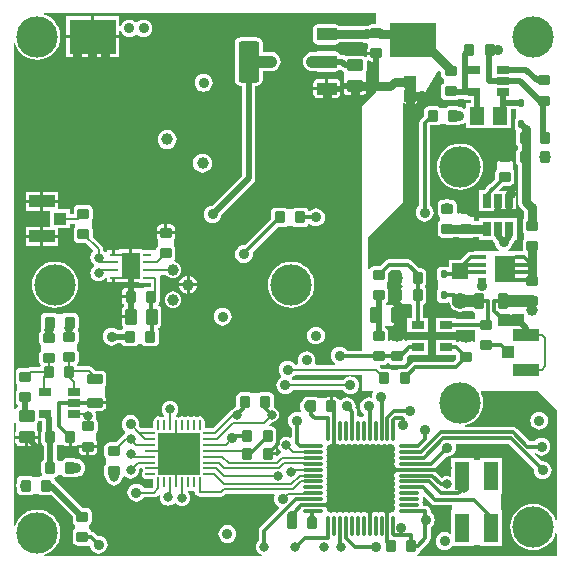
<source format=gtl>
G04 Layer_Physical_Order=1*
G04 Layer_Color=255*
%FSLAX44Y44*%
%MOMM*%
G71*
G01*
G75*
G04:AMPARAMS|DCode=10|XSize=1mm|YSize=0.9mm|CornerRadius=0.1125mm|HoleSize=0mm|Usage=FLASHONLY|Rotation=180.000|XOffset=0mm|YOffset=0mm|HoleType=Round|Shape=RoundedRectangle|*
%AMROUNDEDRECTD10*
21,1,1.0000,0.6750,0,0,180.0*
21,1,0.7750,0.9000,0,0,180.0*
1,1,0.2250,-0.3875,0.3375*
1,1,0.2250,0.3875,0.3375*
1,1,0.2250,0.3875,-0.3375*
1,1,0.2250,-0.3875,-0.3375*
%
%ADD10ROUNDEDRECTD10*%
G04:AMPARAMS|DCode=11|XSize=1mm|YSize=0.9mm|CornerRadius=0.1125mm|HoleSize=0mm|Usage=FLASHONLY|Rotation=270.000|XOffset=0mm|YOffset=0mm|HoleType=Round|Shape=RoundedRectangle|*
%AMROUNDEDRECTD11*
21,1,1.0000,0.6750,0,0,270.0*
21,1,0.7750,0.9000,0,0,270.0*
1,1,0.2250,-0.3375,-0.3875*
1,1,0.2250,-0.3375,0.3875*
1,1,0.2250,0.3375,0.3875*
1,1,0.2250,0.3375,-0.3875*
%
%ADD11ROUNDEDRECTD11*%
%ADD12R,3.6000X3.6000*%
%ADD13O,0.8500X0.2500*%
%ADD14O,0.2500X0.8500*%
G04:AMPARAMS|DCode=15|XSize=1.4mm|YSize=1mm|CornerRadius=0.125mm|HoleSize=0mm|Usage=FLASHONLY|Rotation=90.000|XOffset=0mm|YOffset=0mm|HoleType=Round|Shape=RoundedRectangle|*
%AMROUNDEDRECTD15*
21,1,1.4000,0.7500,0,0,90.0*
21,1,1.1500,1.0000,0,0,90.0*
1,1,0.2500,0.3750,0.5750*
1,1,0.2500,0.3750,-0.5750*
1,1,0.2500,-0.3750,-0.5750*
1,1,0.2500,-0.3750,0.5750*
%
%ADD15ROUNDEDRECTD15*%
G04:AMPARAMS|DCode=16|XSize=1.4mm|YSize=1mm|CornerRadius=0.125mm|HoleSize=0mm|Usage=FLASHONLY|Rotation=180.000|XOffset=0mm|YOffset=0mm|HoleType=Round|Shape=RoundedRectangle|*
%AMROUNDEDRECTD16*
21,1,1.4000,0.7500,0,0,180.0*
21,1,1.1500,1.0000,0,0,180.0*
1,1,0.2500,-0.5750,0.3750*
1,1,0.2500,0.5750,0.3750*
1,1,0.2500,0.5750,-0.3750*
1,1,0.2500,-0.5750,-0.3750*
%
%ADD16ROUNDEDRECTD16*%
G04:AMPARAMS|DCode=17|XSize=0.65mm|YSize=0.5mm|CornerRadius=0.05mm|HoleSize=0mm|Usage=FLASHONLY|Rotation=90.000|XOffset=0mm|YOffset=0mm|HoleType=Round|Shape=RoundedRectangle|*
%AMROUNDEDRECTD17*
21,1,0.6500,0.4000,0,0,90.0*
21,1,0.5500,0.5000,0,0,90.0*
1,1,0.1000,0.2000,0.2750*
1,1,0.1000,0.2000,-0.2750*
1,1,0.1000,-0.2000,-0.2750*
1,1,0.1000,-0.2000,0.2750*
%
%ADD17ROUNDEDRECTD17*%
%ADD18O,0.3000X1.8000*%
%ADD19O,1.8000X0.3000*%
%ADD20R,1.1000X0.6500*%
G04:AMPARAMS|DCode=21|XSize=3.5mm|YSize=1.75mm|CornerRadius=0.2188mm|HoleSize=0mm|Usage=FLASHONLY|Rotation=90.000|XOffset=0mm|YOffset=0mm|HoleType=Round|Shape=RoundedRectangle|*
%AMROUNDEDRECTD21*
21,1,3.5000,1.3125,0,0,90.0*
21,1,3.0625,1.7500,0,0,90.0*
1,1,0.4375,0.6563,1.5313*
1,1,0.4375,0.6563,-1.5313*
1,1,0.4375,-0.6563,-1.5313*
1,1,0.4375,-0.6563,1.5313*
%
%ADD21ROUNDEDRECTD21*%
G04:AMPARAMS|DCode=22|XSize=1.1mm|YSize=1.75mm|CornerRadius=0.1375mm|HoleSize=0mm|Usage=FLASHONLY|Rotation=90.000|XOffset=0mm|YOffset=0mm|HoleType=Round|Shape=RoundedRectangle|*
%AMROUNDEDRECTD22*
21,1,1.1000,1.4750,0,0,90.0*
21,1,0.8250,1.7500,0,0,90.0*
1,1,0.2750,0.7375,0.4125*
1,1,0.2750,0.7375,-0.4125*
1,1,0.2750,-0.7375,-0.4125*
1,1,0.2750,-0.7375,0.4125*
%
%ADD22ROUNDEDRECTD22*%
G04:AMPARAMS|DCode=23|XSize=1.1mm|YSize=1.75mm|CornerRadius=0.1375mm|HoleSize=0mm|Usage=FLASHONLY|Rotation=90.000|XOffset=0mm|YOffset=0mm|HoleType=Round|Shape=RoundedRectangle|*
%AMROUNDEDRECTD23*
21,1,1.1000,1.4750,0,0,90.0*
21,1,0.8250,1.7500,0,0,90.0*
1,1,0.2750,0.7375,0.4125*
1,1,0.2750,0.7375,-0.4125*
1,1,0.2750,-0.7375,-0.4125*
1,1,0.2750,-0.7375,0.4125*
%
%ADD23ROUNDEDRECTD23*%
%ADD24R,0.7000X0.2500*%
%ADD25R,1.5000X2.3000*%
%ADD26R,1.0500X1.0000*%
%ADD27R,2.2000X1.0500*%
%ADD28R,1.3000X1.5000*%
%ADD29R,4.0000X3.0000*%
%ADD30R,0.8000X0.3400*%
%ADD31R,0.6500X0.3400*%
%ADD32R,1.7100X2.2900*%
G04:AMPARAMS|DCode=33|XSize=1.3mm|YSize=0.8mm|CornerRadius=0.1mm|HoleSize=0mm|Usage=FLASHONLY|Rotation=180.000|XOffset=0mm|YOffset=0mm|HoleType=Round|Shape=RoundedRectangle|*
%AMROUNDEDRECTD33*
21,1,1.3000,0.6000,0,0,180.0*
21,1,1.1000,0.8000,0,0,180.0*
1,1,0.2000,-0.5500,0.3000*
1,1,0.2000,0.5500,0.3000*
1,1,0.2000,0.5500,-0.3000*
1,1,0.2000,-0.5500,-0.3000*
%
%ADD33ROUNDEDRECTD33*%
G04:AMPARAMS|DCode=34|XSize=1.3mm|YSize=0.8mm|CornerRadius=0.1mm|HoleSize=0mm|Usage=FLASHONLY|Rotation=270.000|XOffset=0mm|YOffset=0mm|HoleType=Round|Shape=RoundedRectangle|*
%AMROUNDEDRECTD34*
21,1,1.3000,0.6000,0,0,270.0*
21,1,1.1000,0.8000,0,0,270.0*
1,1,0.2000,-0.3000,-0.5500*
1,1,0.2000,-0.3000,0.5500*
1,1,0.2000,0.3000,0.5500*
1,1,0.2000,0.3000,-0.5500*
%
%ADD34ROUNDEDRECTD34*%
%ADD35R,0.7000X1.3000*%
%ADD36R,1.0000X1.0000*%
%ADD37R,1.3000X2.4000*%
%ADD38R,1.0000X1.0000*%
%ADD39C,0.2000*%
%ADD40C,0.3000*%
%ADD41C,1.0000*%
%ADD42C,0.5000*%
%ADD43C,0.7500*%
%ADD44C,0.9000*%
%ADD45C,0.8000*%
%ADD46C,1.0000*%
%ADD47R,1.4000X1.4000*%
%ADD48C,1.4000*%
%ADD49C,3.5000*%
%ADD50C,0.9000*%
G36*
X317000Y-10000D02*
Y-19419D01*
X313125D01*
X311516Y-19739D01*
X310231Y-20597D01*
X309000Y-20435D01*
X307042Y-20693D01*
X305838Y-21192D01*
X285844D01*
X285529Y-20721D01*
X284082Y-19754D01*
X282375Y-19414D01*
X267625D01*
X265918Y-19754D01*
X264471Y-20721D01*
X263504Y-22168D01*
X263164Y-23875D01*
Y-32125D01*
X263504Y-33832D01*
X264471Y-35279D01*
X265918Y-36246D01*
X267625Y-36586D01*
X282375D01*
X284082Y-36246D01*
X285529Y-35279D01*
X285844Y-34808D01*
X305838D01*
X307042Y-35307D01*
X309000Y-35565D01*
X309045Y-35559D01*
X310000Y-36396D01*
Y-38705D01*
X309673Y-39195D01*
X309388Y-40625D01*
Y-42730D01*
X317000D01*
Y-45270D01*
X309388D01*
Y-47256D01*
X309283Y-47344D01*
X307926Y-47353D01*
X307814Y-47186D01*
X306408Y-46247D01*
X304750Y-45917D01*
X293250D01*
X291592Y-46247D01*
X291189Y-46516D01*
X290146Y-45819D01*
X288000Y-45392D01*
X286541D01*
X286496Y-45168D01*
X285529Y-43721D01*
X284082Y-42754D01*
X282375Y-42414D01*
X267625D01*
X265918Y-42754D01*
X265653Y-42931D01*
X263000D01*
X260912Y-43206D01*
X258965Y-44012D01*
X257294Y-45294D01*
X256012Y-46965D01*
X255206Y-48912D01*
X254931Y-51000D01*
X255206Y-53088D01*
X256012Y-55034D01*
X257294Y-56706D01*
X258965Y-57988D01*
X260912Y-58794D01*
X263000Y-59069D01*
X265653D01*
X265918Y-59246D01*
X267625Y-59586D01*
X282375D01*
X284082Y-59246D01*
X285529Y-58279D01*
X285702Y-58021D01*
X286613Y-57931D01*
X287195Y-58072D01*
X288854Y-59181D01*
X289216Y-59253D01*
X289247Y-59408D01*
X290000Y-60536D01*
Y-66292D01*
X289680Y-66771D01*
X289386Y-68250D01*
Y-70730D01*
X299000D01*
Y-72000D01*
D01*
Y-70730D01*
X308614D01*
Y-68250D01*
X308320Y-66771D01*
X308000Y-66292D01*
Y-60536D01*
X308753Y-59408D01*
X309083Y-57750D01*
Y-50250D01*
X309072Y-50191D01*
X310268Y-49696D01*
X310483Y-50017D01*
X311695Y-50827D01*
X313125Y-51112D01*
X317000D01*
Y-77000D01*
X305000Y-89000D01*
X305000Y-117000D01*
Y-295912D01*
X292317D01*
X291349Y-294651D01*
X289782Y-293449D01*
X287958Y-292693D01*
X286000Y-292435D01*
X284042Y-292693D01*
X282218Y-293449D01*
X280651Y-294651D01*
X279449Y-296218D01*
X278693Y-298042D01*
X278435Y-300000D01*
X278693Y-301958D01*
X279449Y-303782D01*
X280651Y-305349D01*
X282218Y-306551D01*
X282460Y-306652D01*
X282208Y-307922D01*
X265868D01*
X265020Y-306652D01*
X265307Y-305958D01*
X265565Y-304000D01*
X265307Y-302042D01*
X264551Y-300218D01*
X263349Y-298651D01*
X261782Y-297449D01*
X259958Y-296693D01*
X258000Y-296435D01*
X256042Y-296693D01*
X254218Y-297449D01*
X252651Y-298651D01*
X251449Y-300218D01*
X250693Y-302042D01*
X250435Y-304000D01*
X250693Y-305958D01*
X250980Y-306652D01*
X250132Y-307922D01*
X248324D01*
X247349Y-306651D01*
X245782Y-305449D01*
X243958Y-304693D01*
X242000Y-304435D01*
X240042Y-304693D01*
X238218Y-305449D01*
X236651Y-306651D01*
X235449Y-308218D01*
X234693Y-310042D01*
X234435Y-312000D01*
X234693Y-313958D01*
X235449Y-315782D01*
X236386Y-317004D01*
X236242Y-318241D01*
X236108Y-318533D01*
X234651Y-319651D01*
X233449Y-321218D01*
X232693Y-323042D01*
X232435Y-325000D01*
X232693Y-326958D01*
X233449Y-328782D01*
X234651Y-330349D01*
X236218Y-331551D01*
X238042Y-332307D01*
X240000Y-332565D01*
X241958Y-332307D01*
X243782Y-331551D01*
X245349Y-330349D01*
X246324Y-329078D01*
X288676D01*
X289651Y-330349D01*
X291218Y-331551D01*
X293042Y-332307D01*
X295000Y-332565D01*
X296958Y-332307D01*
X298782Y-331551D01*
X300349Y-330349D01*
X301551Y-328782D01*
X302307Y-326958D01*
X302565Y-325000D01*
X302307Y-323042D01*
X301551Y-321218D01*
X300349Y-319651D01*
X298782Y-318449D01*
X296958Y-317693D01*
X295000Y-317435D01*
X293042Y-317693D01*
X291218Y-318449D01*
X289651Y-319651D01*
X288676Y-320922D01*
X246441D01*
X245620Y-319943D01*
X245758Y-318759D01*
X245892Y-318467D01*
X247349Y-317349D01*
X248324Y-316078D01*
X305000D01*
Y-330000D01*
X313947D01*
X314509Y-331139D01*
X314449Y-331218D01*
X313693Y-333042D01*
X313496Y-334541D01*
X313235Y-335100D01*
X312233Y-335598D01*
X311000Y-335435D01*
X309042Y-335693D01*
X307218Y-336449D01*
X305651Y-337651D01*
X304449Y-339218D01*
X303693Y-341042D01*
X303435Y-343000D01*
X303693Y-344958D01*
X304449Y-346782D01*
X305651Y-348349D01*
X306912Y-349317D01*
Y-351074D01*
X306500Y-351412D01*
X304744Y-351761D01*
X304000Y-352258D01*
X303256Y-351761D01*
X301500Y-351412D01*
X301088Y-351074D01*
Y-347500D01*
X300739Y-345744D01*
X299744Y-344256D01*
X299440Y-343951D01*
X299565Y-343000D01*
X299307Y-341042D01*
X298551Y-339218D01*
X297349Y-337651D01*
X295782Y-336449D01*
X293958Y-335693D01*
X292000Y-335435D01*
X290042Y-335693D01*
X288218Y-336449D01*
X287020Y-337368D01*
X286899Y-337401D01*
X285789Y-337277D01*
X285450Y-337130D01*
X285017Y-336483D01*
X283805Y-335673D01*
X282375Y-335388D01*
X280270D01*
Y-343000D01*
X277730D01*
Y-335388D01*
X275625D01*
X274195Y-335673D01*
X273705Y-336000D01*
X268123D01*
X266984Y-335239D01*
X265375Y-334919D01*
X258625D01*
X257015Y-335239D01*
X255651Y-336151D01*
X254739Y-337515D01*
X254723Y-337595D01*
X254651Y-337651D01*
X253449Y-339218D01*
X252693Y-341042D01*
X252435Y-343000D01*
X252693Y-344958D01*
X253449Y-346782D01*
X253622Y-347007D01*
X252821Y-348051D01*
X251958Y-347693D01*
X250000Y-347435D01*
X248042Y-347693D01*
X246218Y-348449D01*
X244651Y-349651D01*
X243449Y-351218D01*
X242693Y-353042D01*
X242435Y-355000D01*
X242693Y-356958D01*
X243449Y-358782D01*
X244651Y-360349D01*
X245412Y-360933D01*
Y-369108D01*
X244142Y-369725D01*
X242827Y-369180D01*
X241000Y-368940D01*
X239173Y-369180D01*
X237470Y-369885D01*
X236008Y-371008D01*
X234886Y-372470D01*
X234180Y-374173D01*
X233940Y-376000D01*
X234180Y-377827D01*
X234886Y-379530D01*
X236008Y-380993D01*
X236454Y-381335D01*
X236137Y-382693D01*
X235939Y-382732D01*
X234616Y-383616D01*
X234616Y-383616D01*
X233285Y-384947D01*
X232112Y-384461D01*
Y-384270D01*
X225000D01*
Y-381730D01*
X232112D01*
Y-379125D01*
X231828Y-377695D01*
X231071Y-376562D01*
X231020Y-376445D01*
X231104Y-375013D01*
X231349Y-374849D01*
X232261Y-373484D01*
X232581Y-371875D01*
Y-364125D01*
X232261Y-362515D01*
X231349Y-361151D01*
X229984Y-360239D01*
X228375Y-359919D01*
X226645D01*
X226119Y-358649D01*
X228708Y-356059D01*
X229000Y-356118D01*
X231341Y-355652D01*
X233326Y-354326D01*
X234652Y-352341D01*
X235117Y-350000D01*
X234652Y-347659D01*
X233326Y-345674D01*
X231341Y-344348D01*
X230328Y-344147D01*
X230581Y-342875D01*
Y-335125D01*
X230261Y-333516D01*
X229349Y-332151D01*
X227985Y-331239D01*
X226375Y-330919D01*
X219625D01*
X218015Y-331239D01*
X216877Y-332000D01*
X212123D01*
X210984Y-331239D01*
X209375Y-330919D01*
X202625D01*
X201015Y-331239D01*
X199651Y-332151D01*
X198739Y-333516D01*
X198419Y-335125D01*
Y-342875D01*
X197415Y-344198D01*
X196659Y-344348D01*
X194674Y-345674D01*
X194190Y-346398D01*
X193116Y-347116D01*
X178811Y-361422D01*
X178531D01*
X177250Y-361167D01*
X171833D01*
Y-355750D01*
X171503Y-354092D01*
X170564Y-352686D01*
X169158Y-351747D01*
X167500Y-351417D01*
X165842Y-351747D01*
X165000Y-352309D01*
X164158Y-351747D01*
X162500Y-351417D01*
X160842Y-351747D01*
X160000Y-352309D01*
X159158Y-351747D01*
X157500Y-351417D01*
X155842Y-351747D01*
X155000Y-352309D01*
X154158Y-351747D01*
X152500Y-351417D01*
X150842Y-351747D01*
X149586Y-352586D01*
X148979Y-352180D01*
X147709Y-351927D01*
X147399Y-351287D01*
X147290Y-350648D01*
X147493Y-350493D01*
X148615Y-349030D01*
X149320Y-347327D01*
X149560Y-345500D01*
X149320Y-343673D01*
X148615Y-341970D01*
X147493Y-340508D01*
X146030Y-339386D01*
X144327Y-338680D01*
X142500Y-338440D01*
X140673Y-338680D01*
X138970Y-339386D01*
X137508Y-340508D01*
X136386Y-341970D01*
X135680Y-343673D01*
X135440Y-345500D01*
X135680Y-347327D01*
X136386Y-349030D01*
X137263Y-350173D01*
X137018Y-351233D01*
X136806Y-351555D01*
X135842Y-351747D01*
X135000Y-352309D01*
X134158Y-351747D01*
X132500Y-351417D01*
X130842Y-351747D01*
X129436Y-352686D01*
X128497Y-354092D01*
X128167Y-355750D01*
Y-361167D01*
X122750D01*
X121469Y-361422D01*
X118189D01*
X116356Y-359588D01*
X116565Y-358000D01*
X116307Y-356042D01*
X115551Y-354218D01*
X114349Y-352651D01*
X112782Y-351449D01*
X110958Y-350693D01*
X109000Y-350435D01*
X107042Y-350693D01*
X105218Y-351449D01*
X103651Y-352651D01*
X102449Y-354218D01*
X101693Y-356042D01*
X101435Y-358000D01*
X101693Y-359958D01*
X102449Y-361782D01*
X103651Y-363349D01*
X104518Y-364015D01*
X104554Y-365588D01*
X104008Y-366007D01*
X102886Y-367470D01*
X102810Y-367653D01*
X102116Y-368116D01*
X102116Y-368116D01*
X96813Y-373419D01*
X91125D01*
X89515Y-373739D01*
X88151Y-374651D01*
X87239Y-376016D01*
X86919Y-377625D01*
Y-384375D01*
X87239Y-385984D01*
X88000Y-387123D01*
Y-391877D01*
X87239Y-393016D01*
X86919Y-394625D01*
Y-401375D01*
X87239Y-402985D01*
X88109Y-404286D01*
X88180Y-404827D01*
X88885Y-406530D01*
X90007Y-407993D01*
X91470Y-409114D01*
X93173Y-409820D01*
X95000Y-410060D01*
X96827Y-409820D01*
X98530Y-409114D01*
X99992Y-407993D01*
X101115Y-406530D01*
X101820Y-404827D01*
X101891Y-404286D01*
X102761Y-402985D01*
X102844Y-402563D01*
X103381Y-402300D01*
X104220Y-402156D01*
X105470Y-403115D01*
X107173Y-403820D01*
X109000Y-404060D01*
X110827Y-403820D01*
X112530Y-403115D01*
X113993Y-401992D01*
X115114Y-400530D01*
X115820Y-398827D01*
X116060Y-397000D01*
X115910Y-395857D01*
X116970Y-394797D01*
X118348Y-394845D01*
X118886Y-395500D01*
X119180Y-396979D01*
X119586Y-397586D01*
X118747Y-398842D01*
X118417Y-400500D01*
X118747Y-402158D01*
X119686Y-403564D01*
X121092Y-404503D01*
X122750Y-404833D01*
X128167D01*
Y-410250D01*
X128302Y-410930D01*
X127311Y-411922D01*
X120324D01*
X119349Y-410651D01*
X117782Y-409449D01*
X115958Y-408693D01*
X114000Y-408435D01*
X112042Y-408693D01*
X110218Y-409449D01*
X108651Y-410651D01*
X107449Y-412218D01*
X106693Y-414042D01*
X106435Y-416000D01*
X106693Y-417958D01*
X107449Y-419782D01*
X108651Y-421349D01*
X110218Y-422551D01*
X112042Y-423307D01*
X114000Y-423565D01*
X115958Y-423307D01*
X117782Y-422551D01*
X119349Y-421349D01*
X120324Y-420078D01*
X129000D01*
X129000Y-420078D01*
X130561Y-419768D01*
X131884Y-418884D01*
X133007Y-417761D01*
X133558Y-417954D01*
X134148Y-418415D01*
X133940Y-420000D01*
X134180Y-421827D01*
X134886Y-423530D01*
X136008Y-424992D01*
X137470Y-426115D01*
X139173Y-426820D01*
X141000Y-427060D01*
X142827Y-426820D01*
X144530Y-426115D01*
X145697Y-425219D01*
X147251Y-425159D01*
X147508Y-425492D01*
X148970Y-426614D01*
X150673Y-427320D01*
X152500Y-427560D01*
X154327Y-427320D01*
X156030Y-426614D01*
X157493Y-425492D01*
X158615Y-424030D01*
X159320Y-422327D01*
X159560Y-420500D01*
X159320Y-418673D01*
X158615Y-416970D01*
X157738Y-415827D01*
X157982Y-414767D01*
X158194Y-414445D01*
X159158Y-414253D01*
X160000Y-413691D01*
X160842Y-414253D01*
X162500Y-414583D01*
X163077Y-415056D01*
X163459Y-415687D01*
X163732Y-417061D01*
X164616Y-418384D01*
X165939Y-419268D01*
X167500Y-419578D01*
X185500D01*
X185500Y-419578D01*
X187061Y-419268D01*
X188384Y-418384D01*
X189689Y-417078D01*
X230132D01*
X230980Y-418348D01*
X230693Y-419042D01*
X230435Y-421000D01*
X230693Y-422958D01*
X231449Y-424782D01*
X232651Y-426349D01*
X234218Y-427551D01*
X234879Y-427825D01*
X235127Y-429071D01*
X218756Y-445442D01*
X217761Y-446930D01*
X217412Y-448686D01*
Y-456697D01*
X217008Y-457007D01*
X215886Y-458470D01*
X215180Y-460173D01*
X214940Y-462000D01*
X215180Y-463827D01*
X215886Y-465530D01*
X217008Y-466992D01*
X218470Y-468115D01*
X220173Y-468820D01*
X219870Y-470000D01*
X35619D01*
X35431Y-468730D01*
X37498Y-468103D01*
X40886Y-466292D01*
X43855Y-463855D01*
X46292Y-460886D01*
X48103Y-457498D01*
X49218Y-453823D01*
X49594Y-450000D01*
X49218Y-446177D01*
X48103Y-442502D01*
X46292Y-439114D01*
X43855Y-436145D01*
X40886Y-433708D01*
X37498Y-431897D01*
X33823Y-430782D01*
X30000Y-430406D01*
X26177Y-430782D01*
X22502Y-431897D01*
X19114Y-433708D01*
X16145Y-436145D01*
X13708Y-439114D01*
X11897Y-442502D01*
X11270Y-444569D01*
X10000Y-444381D01*
Y-356651D01*
X11247Y-356408D01*
X12000Y-357536D01*
Y-363292D01*
X11680Y-363771D01*
X11386Y-365250D01*
Y-367730D01*
X30614D01*
Y-365250D01*
X30320Y-363771D01*
X30000Y-363292D01*
Y-357536D01*
X30753Y-356408D01*
X30884Y-355750D01*
X34392D01*
Y-362538D01*
X33739Y-363516D01*
X33419Y-365125D01*
Y-372875D01*
X33739Y-374484D01*
X34651Y-375849D01*
X35392Y-376344D01*
Y-387656D01*
X34651Y-388151D01*
X33739Y-389515D01*
X33419Y-391125D01*
Y-398875D01*
X33739Y-400485D01*
X33867Y-400676D01*
X33282Y-402087D01*
X32515Y-402239D01*
X31377Y-403000D01*
X26623D01*
X25484Y-402239D01*
X23875Y-401919D01*
X17125D01*
X15516Y-402239D01*
X14151Y-403151D01*
X13239Y-404515D01*
X12919Y-406125D01*
Y-407496D01*
X12693Y-408042D01*
X12435Y-410000D01*
X12693Y-411958D01*
X12919Y-412504D01*
Y-413875D01*
X13239Y-415485D01*
X14151Y-416849D01*
X15516Y-417761D01*
X17125Y-418081D01*
X23875D01*
X25484Y-417761D01*
X26623Y-417000D01*
X31377D01*
X32515Y-417761D01*
X34125Y-418081D01*
X40875D01*
X41939Y-417869D01*
X59919Y-435850D01*
Y-439875D01*
X60239Y-441484D01*
X61151Y-442849D01*
X62000Y-443416D01*
Y-446584D01*
X61151Y-447151D01*
X60239Y-448516D01*
X59919Y-450125D01*
Y-456875D01*
X60239Y-458484D01*
X61151Y-459849D01*
X62516Y-460761D01*
X64125Y-461081D01*
X71875D01*
X73260Y-460805D01*
X74193Y-461082D01*
X74602Y-461267D01*
X74693Y-461958D01*
X75449Y-463782D01*
X76651Y-465349D01*
X78218Y-466551D01*
X80042Y-467307D01*
X82000Y-467565D01*
X83958Y-467307D01*
X85782Y-466551D01*
X87349Y-465349D01*
X88551Y-463782D01*
X89307Y-461958D01*
X89565Y-460000D01*
X89307Y-458042D01*
X88551Y-456218D01*
X87349Y-454651D01*
X85782Y-453449D01*
X83958Y-452693D01*
X82000Y-452435D01*
X81049Y-452561D01*
X78744Y-450256D01*
X77256Y-449261D01*
X75854Y-448982D01*
X75761Y-448516D01*
X74849Y-447151D01*
X74000Y-446584D01*
Y-443416D01*
X74849Y-442849D01*
X75761Y-441484D01*
X76081Y-439875D01*
Y-433125D01*
X75761Y-431516D01*
X74849Y-430151D01*
X73485Y-429239D01*
X71875Y-428919D01*
X68850D01*
X45965Y-406035D01*
X44925Y-405339D01*
X44761Y-404515D01*
X44633Y-404324D01*
X45217Y-402913D01*
X45985Y-402761D01*
X47349Y-401849D01*
X47916Y-401000D01*
X51084D01*
X51651Y-401849D01*
X53015Y-402761D01*
X54625Y-403081D01*
X61375D01*
X62984Y-402761D01*
X63346Y-402519D01*
X64958Y-402307D01*
X66782Y-401551D01*
X68349Y-400349D01*
X69551Y-398782D01*
X70307Y-396958D01*
X70565Y-395000D01*
X70307Y-393042D01*
X69551Y-391218D01*
X68349Y-389651D01*
X66782Y-388449D01*
X64958Y-387693D01*
X63346Y-387481D01*
X62984Y-387239D01*
X61375Y-386919D01*
X54625D01*
X53015Y-387239D01*
X51651Y-388151D01*
X51084Y-389000D01*
X47916D01*
X47349Y-388151D01*
X46608Y-387656D01*
Y-376344D01*
X47123Y-376000D01*
X52705D01*
X53195Y-376327D01*
X54625Y-376612D01*
X56730D01*
Y-369000D01*
X59270D01*
Y-376612D01*
X61375D01*
X62805Y-376327D01*
X64017Y-375517D01*
X64118Y-375366D01*
X65317Y-375730D01*
X73000D01*
Y-377000D01*
D01*
Y-375730D01*
X80612D01*
Y-373625D01*
X80327Y-372195D01*
X80000Y-371705D01*
Y-366123D01*
X80761Y-364985D01*
X81081Y-363375D01*
Y-356625D01*
X80761Y-355015D01*
X79849Y-353651D01*
X79559Y-353457D01*
X79820Y-352827D01*
X80060Y-350999D01*
X79820Y-349172D01*
X79284Y-347879D01*
X79914Y-346609D01*
X84500D01*
X85881Y-346335D01*
X87052Y-345552D01*
X87835Y-344381D01*
X88109Y-343000D01*
Y-341270D01*
X79000D01*
Y-338730D01*
X88109D01*
Y-337000D01*
X87835Y-335619D01*
X87500Y-335118D01*
Y-325710D01*
X88268Y-324561D01*
X88578Y-323000D01*
Y-317000D01*
X88268Y-315439D01*
X87384Y-314116D01*
X86061Y-313232D01*
X84500Y-312922D01*
X79689D01*
X76884Y-310116D01*
X75561Y-309232D01*
X74000Y-308922D01*
X74000Y-308922D01*
X64342D01*
X64261Y-308515D01*
X63595Y-307519D01*
X63849Y-307349D01*
X64761Y-305984D01*
X65081Y-304375D01*
Y-297625D01*
X64761Y-296015D01*
X64000Y-294877D01*
Y-290123D01*
X64761Y-288984D01*
X65081Y-287375D01*
Y-280625D01*
X64761Y-279015D01*
X64249Y-278250D01*
X64761Y-277484D01*
X65081Y-275875D01*
Y-268125D01*
X64761Y-266516D01*
X63849Y-265151D01*
X62484Y-264239D01*
X60875Y-263919D01*
X54125D01*
X52516Y-264239D01*
X51377Y-265000D01*
X46623D01*
X45484Y-264239D01*
X43875Y-263919D01*
X37125D01*
X35515Y-264239D01*
X34151Y-265151D01*
X33239Y-266516D01*
X32919Y-268125D01*
Y-275875D01*
X33100Y-276783D01*
X32940Y-278000D01*
X33046Y-278808D01*
X32239Y-280015D01*
X31919Y-281625D01*
Y-288375D01*
X32239Y-289984D01*
X33000Y-291123D01*
Y-295877D01*
X32239Y-297015D01*
X31919Y-298625D01*
Y-305375D01*
X32239Y-306985D01*
X33001Y-308124D01*
X32739Y-308515D01*
X32460Y-309922D01*
X24000D01*
X22439Y-310232D01*
X22159Y-310419D01*
X16125D01*
X14516Y-310739D01*
X13151Y-311651D01*
X12239Y-313015D01*
X11919Y-314625D01*
Y-321375D01*
X12239Y-322985D01*
X13000Y-324123D01*
Y-328877D01*
X12239Y-330015D01*
X11919Y-331625D01*
Y-338375D01*
X12239Y-339985D01*
X13151Y-341349D01*
X13947Y-341881D01*
X13679Y-343229D01*
X13592Y-343247D01*
X12186Y-344186D01*
X11247Y-345592D01*
X10000Y-345349D01*
Y-35619D01*
X11270Y-35431D01*
X11897Y-37498D01*
X13708Y-40886D01*
X16145Y-43855D01*
X19114Y-46292D01*
X22502Y-48103D01*
X26177Y-49218D01*
X30000Y-49594D01*
X33823Y-49218D01*
X37498Y-48103D01*
X40886Y-46292D01*
X43855Y-43855D01*
X46292Y-40886D01*
X48103Y-37498D01*
X49218Y-33823D01*
X49594Y-30000D01*
X49218Y-26177D01*
X48103Y-22502D01*
X46292Y-19114D01*
X43855Y-16145D01*
X40886Y-13708D01*
X37498Y-11897D01*
X35431Y-11270D01*
X35619Y-10000D01*
X317000Y-10000D01*
D02*
G37*
G36*
X371919Y-59548D02*
Y-62375D01*
X372239Y-63984D01*
X373151Y-65349D01*
X374000Y-65916D01*
Y-69084D01*
X373151Y-69651D01*
X372239Y-71016D01*
X371919Y-72625D01*
Y-79375D01*
X372239Y-80984D01*
X373151Y-82349D01*
X374515Y-83261D01*
X376125Y-83581D01*
X383875D01*
X385485Y-83261D01*
X386462Y-82608D01*
X391500D01*
Y-83250D01*
X396892D01*
Y-86500D01*
X393000D01*
Y-90550D01*
X391730Y-91176D01*
X390782Y-90449D01*
X388958Y-89693D01*
X387346Y-89481D01*
X386984Y-89239D01*
X385375Y-88919D01*
X378625D01*
X377015Y-89239D01*
X375877Y-90000D01*
X371123D01*
X369985Y-89239D01*
X368375Y-88919D01*
X361625D01*
X360015Y-89239D01*
X358651Y-90151D01*
X357739Y-91516D01*
X357419Y-93125D01*
Y-97217D01*
X354756Y-99881D01*
X353761Y-101369D01*
X353412Y-103125D01*
Y-107500D01*
Y-173067D01*
X352651Y-173651D01*
X351449Y-175218D01*
X350693Y-177042D01*
X350435Y-179000D01*
X350693Y-180958D01*
X351449Y-182782D01*
X352651Y-184349D01*
X354218Y-185551D01*
X356042Y-186307D01*
X358000Y-186565D01*
X359958Y-186307D01*
X361782Y-185551D01*
X363349Y-184349D01*
X364551Y-182782D01*
X365307Y-180958D01*
X365565Y-179000D01*
X365307Y-177042D01*
X364551Y-175218D01*
X363349Y-173651D01*
X362588Y-173067D01*
Y-107500D01*
Y-105081D01*
X368375D01*
X369985Y-104761D01*
X371123Y-104000D01*
X375877D01*
X377015Y-104761D01*
X378625Y-105081D01*
X385375D01*
X386984Y-104761D01*
X387346Y-104519D01*
X388958Y-104307D01*
X390782Y-103551D01*
X391730Y-102824D01*
X393000Y-103450D01*
Y-107500D01*
X410730D01*
X412000Y-107500D01*
Y-107500D01*
X412000D01*
Y-107500D01*
X431000D01*
Y-91608D01*
X435500D01*
Y-98711D01*
X435477Y-98727D01*
X434703Y-99884D01*
X434431Y-101250D01*
Y-103803D01*
X434392Y-104000D01*
X434431Y-104197D01*
Y-106750D01*
X434703Y-108116D01*
X435477Y-109273D01*
X435494Y-109285D01*
X435739Y-110515D01*
X435419Y-112125D01*
Y-119875D01*
X435739Y-121484D01*
X436651Y-122849D01*
X437192Y-123210D01*
Y-124790D01*
X436651Y-125151D01*
X435739Y-126516D01*
X435419Y-128125D01*
Y-135875D01*
X435739Y-137485D01*
X436651Y-138849D01*
X437192Y-139210D01*
Y-170000D01*
X437192Y-170000D01*
X437424Y-171762D01*
X438104Y-173404D01*
X439186Y-174814D01*
X441950Y-177578D01*
X442192Y-178162D01*
Y-183624D01*
X442151Y-183651D01*
X441239Y-185016D01*
X440919Y-186625D01*
Y-193375D01*
X441239Y-194984D01*
X442000Y-196123D01*
Y-200877D01*
X441239Y-202015D01*
X440919Y-203625D01*
Y-210375D01*
X441007Y-210818D01*
X440202Y-211800D01*
X429086D01*
X428799Y-210620D01*
X428810Y-210530D01*
X430349Y-209349D01*
X431551Y-207782D01*
X432307Y-205958D01*
X432509Y-204421D01*
X433465Y-203465D01*
X434110Y-202500D01*
X436000D01*
Y-183500D01*
X430042D01*
X429500Y-183392D01*
X428958Y-183500D01*
X420542D01*
X420000Y-183392D01*
X419458Y-183500D01*
X404000D01*
Y-186192D01*
X400000D01*
Y-180500D01*
X398000Y-178500D01*
X388000D01*
X386779Y-179721D01*
X385132Y-179622D01*
X384973Y-179418D01*
X385081Y-178875D01*
Y-172125D01*
X384761Y-170515D01*
X383849Y-169151D01*
X382485Y-168239D01*
X380875Y-167919D01*
X379504D01*
X378958Y-167693D01*
X377000Y-167435D01*
X375042Y-167693D01*
X374496Y-167919D01*
X373125D01*
X371516Y-168239D01*
X370151Y-169151D01*
X369239Y-170515D01*
X368919Y-172125D01*
Y-178875D01*
X369239Y-180485D01*
X370151Y-181849D01*
X371000Y-182416D01*
Y-185584D01*
X370151Y-186151D01*
X369239Y-187516D01*
X368919Y-189125D01*
Y-195875D01*
X369239Y-197484D01*
X370151Y-198849D01*
X371516Y-199761D01*
X373125Y-200081D01*
X380875D01*
X382245Y-199808D01*
X386838D01*
X387515Y-200261D01*
X389125Y-200581D01*
X396875D01*
X398484Y-200261D01*
X399162Y-199808D01*
X404000D01*
Y-202500D01*
X415724D01*
X416035Y-202965D01*
X417491Y-204421D01*
X417693Y-205958D01*
X418449Y-207782D01*
X419651Y-209349D01*
X421190Y-210530D01*
X421201Y-210620D01*
X420914Y-211800D01*
X414405D01*
X414405Y-211800D01*
X414000D01*
Y-211800D01*
X413135Y-211800D01*
X400000D01*
Y-211912D01*
X397500D01*
X395744Y-212261D01*
X394256Y-213256D01*
X388211Y-219300D01*
X379000D01*
Y-224518D01*
X377730Y-225197D01*
X377366Y-224953D01*
X376000Y-224681D01*
X372000D01*
X370634Y-224953D01*
X369477Y-225727D01*
X368703Y-226884D01*
X368431Y-228250D01*
Y-233750D01*
X368703Y-235116D01*
X369477Y-236273D01*
X369500Y-236289D01*
Y-243711D01*
X369477Y-243727D01*
X368703Y-244884D01*
X368431Y-246250D01*
Y-251750D01*
X368703Y-253116D01*
X369477Y-254273D01*
X370634Y-255047D01*
X372000Y-255319D01*
X376000D01*
X377366Y-255047D01*
X377782Y-254769D01*
X379144Y-255386D01*
X379232Y-256049D01*
X380139Y-258239D01*
X381581Y-260119D01*
X383461Y-261562D01*
X385650Y-262468D01*
X388000Y-262778D01*
X390350Y-262468D01*
X391314Y-262069D01*
X397906D01*
X398116Y-262384D01*
X399439Y-263268D01*
X401000Y-263578D01*
Y-269412D01*
X384500D01*
Y-267750D01*
X367500D01*
Y-280250D01*
X384500D01*
Y-278588D01*
X401000D01*
Y-288348D01*
X399730Y-288730D01*
X398000Y-287000D01*
X388000D01*
X386242Y-288758D01*
X384500Y-288412D01*
Y-286750D01*
X367500D01*
Y-299250D01*
X384261D01*
X384919Y-299908D01*
Y-303092D01*
X382599Y-305412D01*
X350000D01*
X348244Y-305761D01*
X346756Y-306756D01*
X342592Y-310919D01*
X337625D01*
X336016Y-311239D01*
X334877Y-312000D01*
X330123D01*
X328984Y-311239D01*
X327375Y-310919D01*
X321687D01*
X320118Y-309351D01*
X320358Y-308433D01*
X320603Y-308081D01*
X322875D01*
X324484Y-307761D01*
X325849Y-306849D01*
X326236Y-306269D01*
X327764D01*
X328151Y-306849D01*
X329515Y-307761D01*
X331125Y-308081D01*
X338875D01*
X340485Y-307761D01*
X341849Y-306849D01*
X342761Y-305484D01*
X343081Y-303875D01*
Y-301408D01*
X345239Y-299250D01*
X360500D01*
Y-286750D01*
X343500D01*
Y-287607D01*
X343185Y-287796D01*
X342000Y-288000D01*
X340000Y-286000D01*
X330000D01*
X328190Y-287810D01*
X326974Y-287409D01*
X327081Y-286875D01*
Y-280125D01*
X326761Y-278515D01*
X325849Y-277151D01*
X324608Y-276322D01*
Y-275000D01*
X330750D01*
X332750Y-273000D01*
Y-259000D01*
X330750Y-257000D01*
X325664D01*
X325279Y-255730D01*
X325849Y-255349D01*
X326761Y-253985D01*
X327081Y-252375D01*
Y-245625D01*
X326761Y-244016D01*
X326000Y-242877D01*
Y-238123D01*
X326761Y-236985D01*
X327081Y-235375D01*
Y-230408D01*
X329901Y-227588D01*
X337253D01*
X337738Y-228762D01*
X337500Y-229000D01*
Y-239000D01*
X339309Y-240809D01*
X339420Y-241500D01*
X339309Y-242191D01*
X337500Y-244000D01*
Y-254000D01*
X339500Y-256000D01*
X345877D01*
X347015Y-256761D01*
X347412Y-256840D01*
Y-267750D01*
X343500D01*
Y-280250D01*
X360500D01*
Y-267750D01*
X356588D01*
Y-256840D01*
X356984Y-256761D01*
X358349Y-255849D01*
X359261Y-254485D01*
X359581Y-252875D01*
Y-245125D01*
X359261Y-243515D01*
X358453Y-242307D01*
X358325Y-241799D01*
Y-241201D01*
X358453Y-240693D01*
X359261Y-239485D01*
X359581Y-237875D01*
Y-230125D01*
X359261Y-228515D01*
X358349Y-227151D01*
X356984Y-226239D01*
X355375Y-225919D01*
X353408D01*
X347244Y-219756D01*
X345756Y-218761D01*
X344000Y-218412D01*
X328000D01*
X326244Y-218761D01*
X324756Y-219756D01*
X320092Y-224419D01*
X315125D01*
X313515Y-224739D01*
X312151Y-225651D01*
X311239Y-227015D01*
X311236Y-227030D01*
X309966Y-226905D01*
Y-200000D01*
X340000Y-169966D01*
X340000Y-86450D01*
X341270Y-85824D01*
X342218Y-86551D01*
X344042Y-87307D01*
X346000Y-87565D01*
X347958Y-87307D01*
X349782Y-86551D01*
X351349Y-85349D01*
X352551Y-83782D01*
X353307Y-81958D01*
X353565Y-80000D01*
X357000D01*
X369734Y-58777D01*
X370994Y-58622D01*
X371919Y-59548D01*
D02*
G37*
G36*
X281911Y-371000D02*
X282261Y-372756D01*
X282770Y-373518D01*
Y-374866D01*
X283076Y-374806D01*
X283586Y-374465D01*
X284744Y-375239D01*
X286500Y-375588D01*
X288256Y-375239D01*
X289000Y-374742D01*
X289744Y-375239D01*
X291500Y-375588D01*
X293256Y-375239D01*
X294000Y-374742D01*
X294744Y-375239D01*
X296500Y-375588D01*
X298256Y-375239D01*
X299000Y-374742D01*
X299744Y-375239D01*
X301500Y-375588D01*
X303256Y-375239D01*
X304000Y-374742D01*
X304744Y-375239D01*
X306500Y-375588D01*
X308256Y-375239D01*
X309000Y-374742D01*
X309744Y-375239D01*
X311500Y-375588D01*
X313256Y-375239D01*
X314000Y-374742D01*
X314744Y-375239D01*
X316500Y-375588D01*
X318256Y-375239D01*
X319000Y-374742D01*
X319744Y-375239D01*
X321500Y-375588D01*
X323256Y-375239D01*
X324000Y-374742D01*
X324744Y-375239D01*
X326500Y-375588D01*
X328256Y-375239D01*
X329000Y-374742D01*
X329744Y-375239D01*
X331306Y-375550D01*
X331771Y-375839D01*
X332161Y-376229D01*
X332450Y-376694D01*
X332761Y-378256D01*
X333258Y-379000D01*
X332761Y-379744D01*
X332412Y-381500D01*
X332761Y-383256D01*
X333258Y-384000D01*
X332761Y-384744D01*
X332412Y-386500D01*
X332761Y-388256D01*
X333258Y-389000D01*
X332761Y-389744D01*
X332412Y-391500D01*
X332761Y-393256D01*
X333535Y-394414D01*
X333194Y-394924D01*
X333134Y-395230D01*
X334482D01*
X335244Y-395739D01*
X337000Y-396089D01*
X344500D01*
Y-396911D01*
X337000D01*
X335244Y-397261D01*
X334482Y-397770D01*
X333134D01*
X333194Y-398076D01*
X333535Y-398586D01*
X332761Y-399744D01*
X332412Y-401500D01*
X332761Y-403256D01*
X333258Y-404000D01*
X332761Y-404744D01*
X332412Y-406500D01*
X332761Y-408256D01*
X333258Y-409000D01*
X332761Y-409744D01*
X332412Y-411500D01*
X332761Y-413256D01*
X333258Y-414000D01*
X332761Y-414744D01*
X332412Y-416500D01*
X332761Y-418256D01*
X333258Y-419000D01*
X332761Y-419744D01*
X332412Y-421500D01*
X332761Y-423256D01*
X333258Y-424000D01*
X332761Y-424744D01*
X332412Y-426500D01*
X332761Y-428256D01*
X333258Y-429000D01*
X332761Y-429744D01*
X332450Y-431306D01*
X332161Y-431771D01*
X331771Y-432161D01*
X331306Y-432450D01*
X329744Y-432761D01*
X328586Y-433535D01*
X328076Y-433194D01*
X327770Y-433134D01*
Y-434482D01*
X327261Y-435244D01*
X326911Y-437000D01*
Y-444500D01*
X326089D01*
Y-437000D01*
X325739Y-435244D01*
X325230Y-434482D01*
Y-433134D01*
X324924Y-433194D01*
X324414Y-433535D01*
X323256Y-432761D01*
X321500Y-432412D01*
X319744Y-432761D01*
X319000Y-433258D01*
X318256Y-432761D01*
X316500Y-432412D01*
X314744Y-432761D01*
X313586Y-433535D01*
X313076Y-433194D01*
X312770Y-433134D01*
Y-434482D01*
X312261Y-435244D01*
X311911Y-437000D01*
Y-444500D01*
X311089D01*
Y-437000D01*
X310739Y-435244D01*
X310230Y-434482D01*
Y-433134D01*
X309924Y-433194D01*
X309414Y-433535D01*
X308256Y-432761D01*
X306500Y-432412D01*
X304744Y-432761D01*
X304000Y-433258D01*
X303256Y-432761D01*
X301500Y-432412D01*
X299744Y-432761D01*
X299000Y-433258D01*
X298256Y-432761D01*
X296500Y-432412D01*
X294744Y-432761D01*
X294000Y-433258D01*
X293256Y-432761D01*
X291500Y-432412D01*
X289744Y-432761D01*
X289000Y-433258D01*
X288256Y-432761D01*
X286500Y-432412D01*
X284744Y-432761D01*
X284000Y-433258D01*
X283256Y-432761D01*
X281500Y-432412D01*
X279744Y-432761D01*
X279000Y-433258D01*
X278256Y-432761D01*
X276694Y-432450D01*
X276229Y-432161D01*
X275839Y-431771D01*
X275550Y-431306D01*
X275239Y-429744D01*
X274465Y-428586D01*
X274806Y-428076D01*
X274867Y-427770D01*
X273518D01*
X272756Y-427261D01*
X271000Y-426911D01*
X263500D01*
Y-426089D01*
X271000D01*
X272756Y-425739D01*
X273518Y-425230D01*
X274867D01*
X274806Y-424924D01*
X274465Y-424414D01*
X275239Y-423256D01*
X275588Y-421500D01*
X275239Y-419744D01*
X274742Y-419000D01*
X275239Y-418256D01*
X275588Y-416500D01*
X275239Y-414744D01*
X274742Y-414000D01*
X275239Y-413256D01*
X275588Y-411500D01*
X275239Y-409744D01*
X274742Y-409000D01*
X275239Y-408256D01*
X275588Y-406500D01*
X275239Y-404744D01*
X274742Y-404000D01*
X275239Y-403256D01*
X275588Y-401500D01*
X275239Y-399744D01*
X274742Y-399000D01*
X275239Y-398256D01*
X275588Y-396500D01*
X275239Y-394744D01*
X274742Y-394000D01*
X275239Y-393256D01*
X275588Y-391500D01*
X275239Y-389744D01*
X274742Y-389000D01*
X275239Y-388256D01*
X275588Y-386500D01*
X275239Y-384744D01*
X274742Y-384000D01*
X275239Y-383256D01*
X275588Y-381500D01*
X275239Y-379744D01*
X274742Y-379000D01*
X275239Y-378256D01*
X275550Y-376694D01*
X275839Y-376229D01*
X276229Y-375839D01*
X276694Y-375550D01*
X278256Y-375239D01*
X279414Y-374465D01*
X279924Y-374806D01*
X280230Y-374866D01*
Y-373518D01*
X280739Y-372756D01*
X281089Y-371000D01*
Y-363500D01*
X281911D01*
Y-371000D01*
D02*
G37*
G36*
X465000Y-341000D02*
X470000Y-346000D01*
Y-439381D01*
X468730Y-439569D01*
X468103Y-437502D01*
X466292Y-434114D01*
X463855Y-431145D01*
X460886Y-428708D01*
X457498Y-426897D01*
X453823Y-425782D01*
X450000Y-425406D01*
X446177Y-425782D01*
X442502Y-426897D01*
X439114Y-428708D01*
X436145Y-431145D01*
X433708Y-434114D01*
X431897Y-437502D01*
X430782Y-441177D01*
X430406Y-445000D01*
X430782Y-448823D01*
X431897Y-452498D01*
X433708Y-455886D01*
X436145Y-458855D01*
X439114Y-461292D01*
X442502Y-463103D01*
X446177Y-464218D01*
X450000Y-464594D01*
X453823Y-464218D01*
X457498Y-463103D01*
X460886Y-461292D01*
X463855Y-458855D01*
X466292Y-455886D01*
X468103Y-452498D01*
X468730Y-450431D01*
X470000Y-450619D01*
Y-470000D01*
X351770D01*
X351511Y-468826D01*
X351530Y-468730D01*
X352849Y-467849D01*
X353760Y-466484D01*
X354047Y-465044D01*
X355244Y-464244D01*
X361744Y-457744D01*
X362739Y-456256D01*
X363088Y-454500D01*
Y-445317D01*
X364349Y-444349D01*
X365551Y-442782D01*
X366307Y-440958D01*
X366565Y-439000D01*
X366307Y-437042D01*
X365551Y-435218D01*
X364349Y-433651D01*
X363088Y-432683D01*
Y-431500D01*
X362739Y-429744D01*
X361744Y-428256D01*
X360256Y-427261D01*
X358500Y-426912D01*
X356926D01*
X356588Y-426500D01*
X356239Y-424744D01*
X355742Y-424000D01*
X356239Y-423256D01*
X356588Y-421500D01*
X356331Y-420209D01*
X356536Y-419821D01*
X358096Y-419584D01*
X363756Y-425244D01*
X365244Y-426239D01*
X367000Y-426588D01*
X381000D01*
Y-431001D01*
X380500D01*
Y-450166D01*
X379230Y-450792D01*
X378782Y-450448D01*
X376957Y-449692D01*
X374999Y-449434D01*
X373041Y-449692D01*
X371217Y-450448D01*
X369650Y-451650D01*
X368448Y-453217D01*
X367692Y-455041D01*
X367435Y-456999D01*
X367692Y-458957D01*
X368448Y-460781D01*
X369650Y-462348D01*
X371217Y-463550D01*
X373041Y-464306D01*
X374999Y-464564D01*
X376957Y-464306D01*
X378782Y-463550D01*
X380348Y-462348D01*
X381382Y-461001D01*
X399500D01*
Y-460000D01*
X404500D01*
Y-461001D01*
X423500D01*
Y-438492D01*
X423565Y-438000D01*
X423500Y-437508D01*
Y-431001D01*
X422940D01*
Y-417001D01*
X423500D01*
Y-387001D01*
X404500D01*
Y-388060D01*
X399500D01*
Y-387001D01*
X380500D01*
Y-401730D01*
X379444Y-402436D01*
X378827Y-402180D01*
X377000Y-401940D01*
X375173Y-402180D01*
X373470Y-402886D01*
X372890Y-403330D01*
X367815Y-398256D01*
X366327Y-397261D01*
X365220Y-397041D01*
Y-395746D01*
X365256Y-395739D01*
X366744Y-394744D01*
X376049Y-385439D01*
X377000Y-385565D01*
X378958Y-385307D01*
X380782Y-384551D01*
X382349Y-383349D01*
X383551Y-381782D01*
X384307Y-379958D01*
X384565Y-378000D01*
X384307Y-376042D01*
X384142Y-375644D01*
X384848Y-374588D01*
X429029D01*
X450552Y-396112D01*
X450435Y-397000D01*
X450693Y-398958D01*
X451449Y-400782D01*
X452651Y-402349D01*
X454218Y-403551D01*
X456042Y-404307D01*
X458000Y-404565D01*
X459958Y-404307D01*
X461782Y-403551D01*
X463349Y-402349D01*
X464551Y-400782D01*
X465307Y-398958D01*
X465565Y-397000D01*
X465307Y-395042D01*
X464551Y-393218D01*
X463349Y-391651D01*
X461782Y-390449D01*
X459958Y-389693D01*
X458000Y-389435D01*
X456986Y-389569D01*
X451148Y-383730D01*
X451576Y-382363D01*
X451636Y-382352D01*
X451707Y-382392D01*
X453218Y-383551D01*
X455042Y-384307D01*
X457000Y-384565D01*
X458958Y-384307D01*
X460782Y-383551D01*
X462349Y-382349D01*
X463551Y-380782D01*
X464307Y-378958D01*
X464565Y-377000D01*
X464307Y-375042D01*
X463551Y-373218D01*
X462349Y-371651D01*
X460782Y-370449D01*
X458958Y-369693D01*
X457000Y-369435D01*
X455042Y-369693D01*
X453218Y-370449D01*
X451651Y-371651D01*
X451067Y-372412D01*
X446900D01*
X436244Y-361756D01*
X434756Y-360761D01*
X433000Y-360412D01*
X392262D01*
X392073Y-359142D01*
X395499Y-358103D01*
X398886Y-356292D01*
X401855Y-353855D01*
X404292Y-350886D01*
X406103Y-347498D01*
X407218Y-343823D01*
X407594Y-340000D01*
X407218Y-336177D01*
X406103Y-332502D01*
X405348Y-331089D01*
X406001Y-330000D01*
X454000D01*
X465000Y-341000D01*
D02*
G37*
%LPC*%
G36*
X75730Y-12460D02*
X54460D01*
Y-28730D01*
X75730D01*
Y-12460D01*
D02*
G37*
G36*
X99540D02*
X78270D01*
Y-28730D01*
X99540D01*
Y-25493D01*
X100810Y-25240D01*
X101449Y-26782D01*
X102651Y-28349D01*
X104218Y-29551D01*
X106042Y-30307D01*
X108000Y-30565D01*
X109958Y-30307D01*
X111782Y-29551D01*
X113161Y-28493D01*
X113863Y-28328D01*
X114137D01*
X114839Y-28493D01*
X116218Y-29551D01*
X118042Y-30307D01*
X120000Y-30565D01*
X121958Y-30307D01*
X123782Y-29551D01*
X125349Y-28349D01*
X126551Y-26782D01*
X127307Y-24958D01*
X127565Y-23000D01*
X127307Y-21042D01*
X126551Y-19218D01*
X125349Y-17651D01*
X123782Y-16449D01*
X121958Y-15693D01*
X120000Y-15435D01*
X118042Y-15693D01*
X116218Y-16449D01*
X114839Y-17507D01*
X114137Y-17672D01*
X113863D01*
X113161Y-17507D01*
X111782Y-16449D01*
X109958Y-15693D01*
X108000Y-15435D01*
X106042Y-15693D01*
X104218Y-16449D01*
X102651Y-17651D01*
X101449Y-19218D01*
X100810Y-20760D01*
X99540Y-20507D01*
Y-12460D01*
D02*
G37*
G36*
Y-31270D02*
X78270D01*
Y-47540D01*
X99540D01*
Y-31270D01*
D02*
G37*
G36*
X75730D02*
X54460D01*
Y-47540D01*
X75730D01*
Y-31270D01*
D02*
G37*
G36*
X282375Y-65883D02*
X276270D01*
Y-72730D01*
X286367D01*
Y-69875D01*
X286063Y-68348D01*
X285198Y-67052D01*
X283903Y-66187D01*
X282375Y-65883D01*
D02*
G37*
G36*
X273730D02*
X267625D01*
X266098Y-66187D01*
X264802Y-67052D01*
X263937Y-68348D01*
X263633Y-69875D01*
Y-72730D01*
X273730D01*
Y-65883D01*
D02*
G37*
G36*
X171000Y-61435D02*
X169042Y-61693D01*
X167218Y-62449D01*
X165651Y-63651D01*
X164449Y-65218D01*
X163693Y-67042D01*
X163435Y-69000D01*
X163693Y-70958D01*
X164449Y-72782D01*
X165651Y-74349D01*
X167218Y-75551D01*
X169042Y-76307D01*
X171000Y-76565D01*
X172958Y-76307D01*
X174782Y-75551D01*
X176349Y-74349D01*
X177551Y-72782D01*
X178307Y-70958D01*
X178565Y-69000D01*
X178307Y-67042D01*
X177551Y-65218D01*
X176349Y-63651D01*
X174782Y-62449D01*
X172958Y-61693D01*
X171000Y-61435D01*
D02*
G37*
G36*
X308614Y-73270D02*
X300270D01*
Y-79614D01*
X304750D01*
X306229Y-79320D01*
X307482Y-78482D01*
X308320Y-77229D01*
X308614Y-75750D01*
Y-73270D01*
D02*
G37*
G36*
X297730D02*
X289386D01*
Y-75750D01*
X289680Y-77229D01*
X290518Y-78482D01*
X291771Y-79320D01*
X293250Y-79614D01*
X297730D01*
Y-73270D01*
D02*
G37*
G36*
X286367Y-75270D02*
X276270D01*
Y-82117D01*
X282375D01*
X283903Y-81813D01*
X285198Y-80948D01*
X286063Y-79653D01*
X286367Y-78125D01*
Y-75270D01*
D02*
G37*
G36*
X273730D02*
X263633D01*
Y-78125D01*
X263937Y-79653D01*
X264802Y-80948D01*
X266098Y-81813D01*
X267625Y-82117D01*
X273730D01*
Y-75270D01*
D02*
G37*
G36*
X140000Y-108931D02*
X137912Y-109206D01*
X135965Y-110012D01*
X134294Y-111294D01*
X133012Y-112965D01*
X132206Y-114912D01*
X131931Y-117000D01*
X132206Y-119088D01*
X133012Y-121034D01*
X134294Y-122706D01*
X135965Y-123988D01*
X137912Y-124794D01*
X140000Y-125069D01*
X142088Y-124794D01*
X144035Y-123988D01*
X145706Y-122706D01*
X146988Y-121034D01*
X147794Y-119088D01*
X148069Y-117000D01*
X147794Y-114912D01*
X146988Y-112965D01*
X145706Y-111294D01*
X144035Y-110012D01*
X142088Y-109206D01*
X140000Y-108931D01*
D02*
G37*
G36*
X170000Y-128931D02*
X167912Y-129206D01*
X165965Y-130012D01*
X164294Y-131294D01*
X163012Y-132965D01*
X162206Y-134912D01*
X161931Y-137000D01*
X162206Y-139088D01*
X163012Y-141034D01*
X164294Y-142706D01*
X165965Y-143988D01*
X167912Y-144794D01*
X170000Y-145069D01*
X172088Y-144794D01*
X174035Y-143988D01*
X175706Y-142706D01*
X176988Y-141034D01*
X177794Y-139088D01*
X178069Y-137000D01*
X177794Y-134912D01*
X176988Y-132965D01*
X175706Y-131294D01*
X174035Y-130012D01*
X172088Y-129206D01*
X170000Y-128931D01*
D02*
G37*
G36*
X47540Y-161710D02*
X35270D01*
Y-168230D01*
X47540D01*
Y-161710D01*
D02*
G37*
G36*
X32730D02*
X20460D01*
Y-168230D01*
X32730D01*
Y-161710D01*
D02*
G37*
G36*
X255875Y-174919D02*
X249125D01*
X247516Y-175239D01*
X246377Y-176000D01*
X241623D01*
X240485Y-175239D01*
X238875Y-174919D01*
X232125D01*
X230515Y-175239D01*
X229151Y-176151D01*
X228239Y-177516D01*
X227919Y-179125D01*
Y-184092D01*
X205509Y-206502D01*
X205000Y-206435D01*
X203042Y-206693D01*
X201218Y-207449D01*
X199651Y-208651D01*
X198449Y-210218D01*
X197693Y-212042D01*
X197435Y-214000D01*
X197693Y-215958D01*
X198449Y-217782D01*
X199651Y-219349D01*
X201218Y-220551D01*
X203042Y-221307D01*
X205000Y-221565D01*
X206958Y-221307D01*
X208782Y-220551D01*
X210349Y-219349D01*
X211551Y-217782D01*
X212307Y-215958D01*
X212565Y-214000D01*
X212381Y-212607D01*
X233908Y-191081D01*
X238875D01*
X240485Y-190761D01*
X241623Y-190000D01*
X246377D01*
X247516Y-190761D01*
X249125Y-191081D01*
X255875D01*
X257484Y-190761D01*
X258849Y-189849D01*
X259478Y-188907D01*
X259797Y-188755D01*
X260743Y-188603D01*
X261025Y-188636D01*
X262218Y-189551D01*
X264042Y-190307D01*
X266000Y-190565D01*
X267958Y-190307D01*
X269782Y-189551D01*
X271349Y-188349D01*
X272551Y-186782D01*
X273307Y-184958D01*
X273565Y-183000D01*
X273307Y-181042D01*
X272551Y-179218D01*
X271349Y-177651D01*
X269782Y-176449D01*
X267958Y-175693D01*
X266000Y-175435D01*
X264042Y-175693D01*
X262218Y-176449D01*
X261025Y-177364D01*
X260743Y-177397D01*
X259797Y-177245D01*
X259478Y-177093D01*
X258849Y-176151D01*
X257484Y-175239D01*
X255875Y-174919D01*
D02*
G37*
G36*
X32730Y-170770D02*
X20460D01*
Y-177290D01*
X32730D01*
Y-170770D01*
D02*
G37*
G36*
X215562Y-30398D02*
X202437D01*
X200413Y-30801D01*
X198697Y-31948D01*
X197551Y-33663D01*
X197148Y-35687D01*
Y-66312D01*
X197551Y-68337D01*
X198697Y-70052D01*
X200413Y-71199D01*
X202437Y-71602D01*
X203392D01*
Y-147677D01*
X178079Y-172991D01*
X176542Y-173193D01*
X174718Y-173949D01*
X173151Y-175151D01*
X171949Y-176718D01*
X171193Y-178542D01*
X170935Y-180500D01*
X171193Y-182458D01*
X171949Y-184282D01*
X173151Y-185849D01*
X174718Y-187051D01*
X176542Y-187807D01*
X178500Y-188065D01*
X180458Y-187807D01*
X182282Y-187051D01*
X183849Y-185849D01*
X185051Y-184282D01*
X185807Y-182458D01*
X186009Y-180921D01*
X212965Y-153965D01*
X214181Y-152146D01*
X214608Y-150000D01*
Y-71602D01*
X215562D01*
X217587Y-71199D01*
X219303Y-70052D01*
X220449Y-68337D01*
X220852Y-66312D01*
Y-59069D01*
X228000D01*
X230088Y-58794D01*
X232034Y-57988D01*
X233706Y-56706D01*
X234988Y-55034D01*
X235794Y-53088D01*
X236069Y-51000D01*
X235794Y-48912D01*
X234988Y-46965D01*
X233706Y-45294D01*
X232034Y-44012D01*
X230088Y-43206D01*
X228000Y-42931D01*
X220852D01*
Y-35687D01*
X220449Y-33663D01*
X219303Y-31948D01*
X217587Y-30801D01*
X215562Y-30398D01*
D02*
G37*
G36*
X142875Y-188888D02*
X140270D01*
Y-194730D01*
X146612D01*
Y-192625D01*
X146327Y-191195D01*
X145517Y-189982D01*
X144305Y-189172D01*
X142875Y-188888D01*
D02*
G37*
G36*
X137730D02*
X135125D01*
X133695Y-189172D01*
X132483Y-189982D01*
X131673Y-191195D01*
X131388Y-192625D01*
Y-194730D01*
X137730D01*
Y-188888D01*
D02*
G37*
G36*
X32730Y-191210D02*
X20460D01*
Y-197730D01*
X32730D01*
Y-191210D01*
D02*
G37*
G36*
X47540Y-200270D02*
X35270D01*
Y-206790D01*
X47540D01*
Y-200270D01*
D02*
G37*
G36*
X32730D02*
X20460D01*
Y-206790D01*
X32730D01*
Y-200270D01*
D02*
G37*
G36*
X146612Y-197270D02*
X131388D01*
Y-199375D01*
X131673Y-200805D01*
X132000Y-201295D01*
Y-206877D01*
X131239Y-208015D01*
X130919Y-209625D01*
Y-214329D01*
X130740Y-214448D01*
X129470Y-213769D01*
Y-210250D01*
X119040D01*
Y-209960D01*
X110270D01*
Y-224000D01*
Y-238040D01*
X116500D01*
Y-238250D01*
X125922D01*
Y-241919D01*
X122625D01*
X121016Y-242239D01*
X119877Y-243000D01*
X114295D01*
X113805Y-242673D01*
X112375Y-242388D01*
X110270D01*
Y-250000D01*
X109000D01*
Y-251270D01*
X101888D01*
Y-253875D01*
X102173Y-255305D01*
X102983Y-256517D01*
X103125Y-256612D01*
X103104Y-258126D01*
X102518Y-258518D01*
X101680Y-259771D01*
X101386Y-261250D01*
Y-265730D01*
X109000D01*
Y-268270D01*
X101386D01*
Y-272750D01*
X101680Y-274229D01*
X102518Y-275482D01*
X102440Y-276958D01*
X102151Y-277151D01*
X101322Y-278392D01*
X98012D01*
X96782Y-277449D01*
X94958Y-276693D01*
X93000Y-276435D01*
X91042Y-276693D01*
X89218Y-277449D01*
X87651Y-278651D01*
X86449Y-280218D01*
X85693Y-282042D01*
X85435Y-284000D01*
X85693Y-285958D01*
X86449Y-287782D01*
X87651Y-289349D01*
X89218Y-290551D01*
X91042Y-291307D01*
X93000Y-291565D01*
X94958Y-291307D01*
X96782Y-290551D01*
X98012Y-289608D01*
X101322D01*
X102151Y-290849D01*
X103516Y-291761D01*
X105125Y-292081D01*
X111875D01*
X113484Y-291761D01*
X114849Y-290849D01*
X115416Y-290000D01*
X118584D01*
X119151Y-290849D01*
X120515Y-291761D01*
X122125Y-292081D01*
X128875D01*
X130485Y-291761D01*
X131849Y-290849D01*
X132761Y-289485D01*
X133081Y-287875D01*
Y-280125D01*
X132761Y-278515D01*
X132444Y-278041D01*
X132409Y-276763D01*
X132814Y-276483D01*
X133814Y-275814D01*
X134753Y-274408D01*
X135083Y-272750D01*
Y-261250D01*
X134753Y-259592D01*
X133814Y-258186D01*
X133159Y-257749D01*
X132497Y-257013D01*
X132836Y-256121D01*
X133261Y-255485D01*
X133581Y-253875D01*
Y-247841D01*
X133768Y-247561D01*
X134078Y-246000D01*
Y-234000D01*
X133849Y-232848D01*
X134604Y-231578D01*
X139460D01*
X140007Y-232292D01*
X141470Y-233414D01*
X143173Y-234120D01*
X145000Y-234360D01*
X146827Y-234120D01*
X148530Y-233414D01*
X149992Y-232292D01*
X151115Y-230830D01*
X151820Y-229127D01*
X152060Y-227300D01*
X151820Y-225473D01*
X151115Y-223770D01*
X149992Y-222308D01*
X148530Y-221185D01*
X146827Y-220480D01*
X146505Y-220438D01*
X146261Y-220032D01*
X146020Y-219093D01*
X146761Y-217985D01*
X147081Y-216375D01*
Y-209625D01*
X146761Y-208015D01*
X146000Y-206877D01*
Y-201295D01*
X146327Y-200805D01*
X146612Y-199375D01*
Y-197270D01*
D02*
G37*
G36*
X47540Y-170770D02*
X35270D01*
Y-177290D01*
X41000D01*
Y-191210D01*
X35270D01*
Y-197730D01*
X47540D01*
Y-192250D01*
X57500D01*
Y-188328D01*
X62000D01*
Y-190877D01*
X61239Y-192015D01*
X60919Y-193625D01*
Y-200375D01*
X61239Y-201985D01*
X62151Y-203349D01*
X63516Y-204261D01*
X65125Y-204581D01*
X70813D01*
X77083Y-210851D01*
X77007Y-212008D01*
X75886Y-213470D01*
X75180Y-215173D01*
X74940Y-217000D01*
X75180Y-218827D01*
X75886Y-220530D01*
X77007Y-221992D01*
X77967Y-222729D01*
X78041Y-222899D01*
Y-224101D01*
X77967Y-224271D01*
X77007Y-225008D01*
X75886Y-226470D01*
X75180Y-228173D01*
X74940Y-230000D01*
X75180Y-231827D01*
X75886Y-233530D01*
X77007Y-234992D01*
X78470Y-236115D01*
X80173Y-236820D01*
X82000Y-237060D01*
X83827Y-236820D01*
X85530Y-236115D01*
X86992Y-234992D01*
X87690Y-234083D01*
X88960Y-234514D01*
Y-237790D01*
X93730D01*
Y-234000D01*
X96270D01*
Y-237790D01*
X98960D01*
Y-238040D01*
X107730D01*
Y-224000D01*
Y-209960D01*
X98960D01*
Y-210710D01*
X96240D01*
Y-214500D01*
X93700D01*
Y-210710D01*
X88930D01*
Y-212446D01*
X87660Y-212878D01*
X86992Y-212008D01*
X86078Y-211306D01*
Y-210000D01*
X86078Y-210000D01*
X85768Y-208439D01*
X84884Y-207116D01*
X77081Y-199313D01*
Y-193625D01*
X76761Y-192015D01*
X76000Y-190877D01*
Y-186123D01*
X76761Y-184984D01*
X77081Y-183375D01*
Y-176625D01*
X76761Y-175016D01*
X75849Y-173651D01*
X74485Y-172739D01*
X72875Y-172419D01*
X65125D01*
X63516Y-172739D01*
X62151Y-173651D01*
X61239Y-175016D01*
X60919Y-176625D01*
Y-180172D01*
X57500D01*
Y-176250D01*
X47540D01*
Y-170770D01*
D02*
G37*
G36*
X158970Y-232562D02*
Y-238730D01*
X165138D01*
X165046Y-238032D01*
X164286Y-236197D01*
X163078Y-234622D01*
X161502Y-233414D01*
X159668Y-232654D01*
X158970Y-232562D01*
D02*
G37*
G36*
X156430D02*
X155732Y-232654D01*
X153897Y-233414D01*
X152322Y-234622D01*
X151114Y-236197D01*
X150354Y-238032D01*
X150262Y-238730D01*
X156430D01*
Y-232562D01*
D02*
G37*
G36*
X165138Y-241270D02*
X158970D01*
Y-247438D01*
X159668Y-247346D01*
X161502Y-246586D01*
X163078Y-245378D01*
X164286Y-243803D01*
X165046Y-241968D01*
X165138Y-241270D01*
D02*
G37*
G36*
X156430D02*
X150262D01*
X150354Y-241968D01*
X151114Y-243803D01*
X152322Y-245378D01*
X153897Y-246586D01*
X155732Y-247346D01*
X156430Y-247438D01*
Y-241270D01*
D02*
G37*
G36*
X107730Y-242388D02*
X105625D01*
X104195Y-242673D01*
X102983Y-243483D01*
X102173Y-244695D01*
X101888Y-246125D01*
Y-248730D01*
X107730D01*
Y-242388D01*
D02*
G37*
G36*
X245000Y-220406D02*
X241177Y-220782D01*
X237502Y-221897D01*
X234114Y-223708D01*
X231145Y-226145D01*
X228708Y-229114D01*
X226897Y-232502D01*
X225782Y-236177D01*
X225406Y-240000D01*
X225782Y-243823D01*
X226897Y-247498D01*
X228708Y-250886D01*
X231145Y-253855D01*
X234114Y-256292D01*
X237502Y-258103D01*
X241177Y-259218D01*
X245000Y-259594D01*
X248823Y-259218D01*
X252498Y-258103D01*
X255886Y-256292D01*
X258855Y-253855D01*
X261292Y-250886D01*
X263103Y-247498D01*
X264218Y-243823D01*
X264594Y-240000D01*
X264218Y-236177D01*
X263103Y-232502D01*
X261292Y-229114D01*
X258855Y-226145D01*
X255886Y-223708D01*
X252498Y-221897D01*
X248823Y-220782D01*
X245000Y-220406D01*
D02*
G37*
G36*
X45000D02*
X41177Y-220782D01*
X37502Y-221897D01*
X34114Y-223708D01*
X31145Y-226145D01*
X28708Y-229114D01*
X26897Y-232502D01*
X25782Y-236177D01*
X25406Y-240000D01*
X25782Y-243823D01*
X26897Y-247498D01*
X28708Y-250886D01*
X31145Y-253855D01*
X34114Y-256292D01*
X37502Y-258103D01*
X41177Y-259218D01*
X45000Y-259594D01*
X48823Y-259218D01*
X52498Y-258103D01*
X55886Y-256292D01*
X58855Y-253855D01*
X61292Y-250886D01*
X63103Y-247498D01*
X64218Y-243823D01*
X64594Y-240000D01*
X64218Y-236177D01*
X63103Y-232502D01*
X61292Y-229114D01*
X58855Y-226145D01*
X55886Y-223708D01*
X52498Y-221897D01*
X48823Y-220782D01*
X45000Y-220406D01*
D02*
G37*
G36*
X145000Y-245640D02*
X143173Y-245880D01*
X141470Y-246586D01*
X140007Y-247708D01*
X138885Y-249170D01*
X138180Y-250873D01*
X137940Y-252700D01*
X138180Y-254527D01*
X138885Y-256230D01*
X140007Y-257692D01*
X141470Y-258815D01*
X143173Y-259520D01*
X145000Y-259760D01*
X146827Y-259520D01*
X148530Y-258815D01*
X149992Y-257692D01*
X151115Y-256230D01*
X151820Y-254527D01*
X152060Y-252700D01*
X151820Y-250873D01*
X151115Y-249170D01*
X149992Y-247708D01*
X148530Y-246586D01*
X146827Y-245880D01*
X145000Y-245640D01*
D02*
G37*
G36*
X187000Y-259435D02*
X185042Y-259693D01*
X183218Y-260449D01*
X181651Y-261651D01*
X180449Y-263218D01*
X179693Y-265042D01*
X179435Y-267000D01*
X179693Y-268958D01*
X180449Y-270782D01*
X181651Y-272349D01*
X183218Y-273551D01*
X185042Y-274307D01*
X187000Y-274565D01*
X188958Y-274307D01*
X190782Y-273551D01*
X192349Y-272349D01*
X193551Y-270782D01*
X194307Y-268958D01*
X194565Y-267000D01*
X194307Y-265042D01*
X193551Y-263218D01*
X192349Y-261651D01*
X190782Y-260449D01*
X188958Y-259693D01*
X187000Y-259435D01*
D02*
G37*
G36*
X266000Y-275435D02*
X264042Y-275693D01*
X262218Y-276449D01*
X260651Y-277651D01*
X259449Y-279218D01*
X258693Y-281042D01*
X258435Y-283000D01*
X258693Y-284958D01*
X259449Y-286782D01*
X260651Y-288349D01*
X262218Y-289551D01*
X264042Y-290307D01*
X266000Y-290565D01*
X267958Y-290307D01*
X269782Y-289551D01*
X271349Y-288349D01*
X272551Y-286782D01*
X273307Y-284958D01*
X273565Y-283000D01*
X273307Y-281042D01*
X272551Y-279218D01*
X271349Y-277651D01*
X269782Y-276449D01*
X267958Y-275693D01*
X266000Y-275435D01*
D02*
G37*
G36*
X30614Y-370270D02*
X22270D01*
Y-376614D01*
X26750D01*
X28229Y-376320D01*
X29482Y-375482D01*
X30320Y-374229D01*
X30614Y-372750D01*
Y-370270D01*
D02*
G37*
G36*
X19730D02*
X11386D01*
Y-372750D01*
X11680Y-374229D01*
X12518Y-375482D01*
X13771Y-376320D01*
X15250Y-376614D01*
X19730D01*
Y-370270D01*
D02*
G37*
G36*
X80612Y-378270D02*
X74270D01*
Y-384112D01*
X76875D01*
X78305Y-383827D01*
X79517Y-383017D01*
X80327Y-381805D01*
X80612Y-380375D01*
Y-378270D01*
D02*
G37*
G36*
X71730D02*
X65388D01*
Y-380375D01*
X65673Y-381805D01*
X66483Y-383017D01*
X67695Y-383827D01*
X69125Y-384112D01*
X71730D01*
Y-378270D01*
D02*
G37*
G36*
X191000Y-443435D02*
X189042Y-443693D01*
X187218Y-444449D01*
X185651Y-445651D01*
X184449Y-447218D01*
X183693Y-449042D01*
X183435Y-451000D01*
X183693Y-452958D01*
X184449Y-454782D01*
X185651Y-456349D01*
X187218Y-457551D01*
X189042Y-458307D01*
X191000Y-458565D01*
X192958Y-458307D01*
X194782Y-457551D01*
X196349Y-456349D01*
X197551Y-454782D01*
X198307Y-452958D01*
X198565Y-451000D01*
X198307Y-449042D01*
X197551Y-447218D01*
X196349Y-445651D01*
X194782Y-444449D01*
X192958Y-443693D01*
X191000Y-443435D01*
D02*
G37*
G36*
X388000Y-120406D02*
X384177Y-120782D01*
X380502Y-121897D01*
X377114Y-123708D01*
X374145Y-126145D01*
X371708Y-129114D01*
X369897Y-132502D01*
X368782Y-136177D01*
X368406Y-140000D01*
X368782Y-143823D01*
X369897Y-147498D01*
X371708Y-150886D01*
X374145Y-153855D01*
X377114Y-156292D01*
X380502Y-158103D01*
X384177Y-159218D01*
X388000Y-159594D01*
X391823Y-159218D01*
X395499Y-158103D01*
X398886Y-156292D01*
X401855Y-153855D01*
X404292Y-150886D01*
X406103Y-147498D01*
X407218Y-143823D01*
X407594Y-140000D01*
X407218Y-136177D01*
X406103Y-132502D01*
X404292Y-129114D01*
X401855Y-126145D01*
X398886Y-123708D01*
X395499Y-121897D01*
X391823Y-120782D01*
X388000Y-120406D01*
D02*
G37*
G36*
X431000Y-134000D02*
X421000D01*
X419000Y-136000D01*
Y-142377D01*
X418239Y-143516D01*
X417919Y-145125D01*
Y-150092D01*
X413161Y-154850D01*
X411806Y-155756D01*
X409756Y-157806D01*
X408850Y-159161D01*
X408511Y-159500D01*
X404000D01*
Y-178500D01*
X417000D01*
Y-176000D01*
X435000D01*
Y-161000D01*
X421648D01*
X421162Y-159827D01*
X424908Y-156081D01*
X429875D01*
X431484Y-155761D01*
X432849Y-154849D01*
X433761Y-153484D01*
X434081Y-151875D01*
Y-145125D01*
X433761Y-143516D01*
X433000Y-142377D01*
Y-136000D01*
X431000Y-134000D01*
D02*
G37*
G36*
X455000Y-347435D02*
X453042Y-347693D01*
X451218Y-348449D01*
X449651Y-349651D01*
X448449Y-351218D01*
X447693Y-353042D01*
X447435Y-355000D01*
X447693Y-356958D01*
X448449Y-358782D01*
X449651Y-360349D01*
X451218Y-361551D01*
X453042Y-362307D01*
X455000Y-362565D01*
X456958Y-362307D01*
X458782Y-361551D01*
X460349Y-360349D01*
X461551Y-358782D01*
X462307Y-356958D01*
X462565Y-355000D01*
X462307Y-353042D01*
X461551Y-351218D01*
X460349Y-349651D01*
X458782Y-348449D01*
X456958Y-347693D01*
X455000Y-347435D01*
D02*
G37*
%LPD*%
D10*
X95000Y-398000D02*
D03*
Y-381000D02*
D03*
X317000Y-27000D02*
D03*
Y-44000D02*
D03*
X139000Y-213000D02*
D03*
Y-196000D02*
D03*
X40000Y-285000D02*
D03*
Y-302000D02*
D03*
X57000Y-284000D02*
D03*
Y-301000D02*
D03*
X393000Y-193000D02*
D03*
Y-176000D02*
D03*
X449000Y-236500D02*
D03*
Y-253500D02*
D03*
X335000Y-300500D02*
D03*
Y-283500D02*
D03*
X380000Y-59000D02*
D03*
Y-76000D02*
D03*
X68000Y-436500D02*
D03*
Y-453500D02*
D03*
X377000Y-192500D02*
D03*
Y-175500D02*
D03*
X319000Y-283500D02*
D03*
Y-300500D02*
D03*
X459000Y-84000D02*
D03*
Y-67000D02*
D03*
X69000Y-180000D02*
D03*
Y-197000D02*
D03*
X20000Y-318000D02*
D03*
Y-335000D02*
D03*
X426000Y-131500D02*
D03*
Y-148500D02*
D03*
X73000Y-377000D02*
D03*
Y-360000D02*
D03*
X449000Y-207000D02*
D03*
Y-190000D02*
D03*
X410000Y-291000D02*
D03*
Y-274000D02*
D03*
X319000Y-249000D02*
D03*
Y-232000D02*
D03*
X393000Y-284500D02*
D03*
Y-301500D02*
D03*
D11*
X262000Y-343000D02*
D03*
X279000D02*
D03*
X346500Y-461000D02*
D03*
X329500D02*
D03*
X263000Y-442000D02*
D03*
X246000D02*
D03*
X208000Y-368000D02*
D03*
X225000D02*
D03*
X208000Y-383000D02*
D03*
X225000D02*
D03*
X252500Y-183000D02*
D03*
X235500D02*
D03*
X396000Y-41000D02*
D03*
X413000D02*
D03*
X126000Y-250000D02*
D03*
X109000D02*
D03*
X443000Y-116000D02*
D03*
X460000D02*
D03*
X58000Y-369000D02*
D03*
X41000D02*
D03*
X352000Y-249000D02*
D03*
X335000D02*
D03*
X125500Y-284000D02*
D03*
X108500D02*
D03*
X41000Y-395000D02*
D03*
X58000D02*
D03*
X365000Y-97000D02*
D03*
X382000D02*
D03*
X460000Y-132000D02*
D03*
X443000D02*
D03*
X57500Y-272000D02*
D03*
X40500D02*
D03*
X20500Y-410000D02*
D03*
X37500D02*
D03*
X57000Y-314000D02*
D03*
X40000D02*
D03*
X352000Y-234000D02*
D03*
X335000D02*
D03*
X206000Y-339000D02*
D03*
X223000D02*
D03*
X341000Y-319000D02*
D03*
X324000D02*
D03*
D12*
X150000Y-383000D02*
D03*
D13*
X125750Y-400500D02*
D03*
Y-395500D02*
D03*
Y-390500D02*
D03*
Y-385500D02*
D03*
Y-380500D02*
D03*
Y-375500D02*
D03*
Y-370500D02*
D03*
Y-365500D02*
D03*
X174250D02*
D03*
Y-370500D02*
D03*
Y-375500D02*
D03*
Y-380500D02*
D03*
Y-385500D02*
D03*
Y-390500D02*
D03*
Y-395500D02*
D03*
Y-400500D02*
D03*
D14*
X132500Y-358750D02*
D03*
X137500D02*
D03*
X142500D02*
D03*
X147500D02*
D03*
X152500D02*
D03*
X157500D02*
D03*
X162500D02*
D03*
X167500D02*
D03*
Y-407250D02*
D03*
X162500D02*
D03*
X157500D02*
D03*
X152500D02*
D03*
X147500D02*
D03*
X142500D02*
D03*
X137500D02*
D03*
X132500D02*
D03*
D15*
X127000Y-267000D02*
D03*
X109000D02*
D03*
X317000Y-266000D02*
D03*
X335000D02*
D03*
D16*
X299000Y-54000D02*
D03*
Y-72000D02*
D03*
X21000Y-369000D02*
D03*
Y-351000D02*
D03*
D17*
X440000Y-86000D02*
D03*
Y-104000D02*
D03*
X374000Y-249000D02*
D03*
Y-231000D02*
D03*
D18*
X331500Y-444500D02*
D03*
X326500D02*
D03*
X321500D02*
D03*
X316500D02*
D03*
X311500D02*
D03*
X306500D02*
D03*
X301500D02*
D03*
X296500D02*
D03*
X291500D02*
D03*
X286500D02*
D03*
X281500D02*
D03*
X276500D02*
D03*
Y-363500D02*
D03*
X281500D02*
D03*
X286500D02*
D03*
X291500D02*
D03*
X296500D02*
D03*
X301500D02*
D03*
X306500D02*
D03*
X311500D02*
D03*
X316500D02*
D03*
X321500D02*
D03*
X326500D02*
D03*
X331500D02*
D03*
D19*
X263500Y-431500D02*
D03*
Y-426500D02*
D03*
Y-421500D02*
D03*
Y-416500D02*
D03*
Y-411500D02*
D03*
Y-406500D02*
D03*
Y-401500D02*
D03*
Y-396500D02*
D03*
Y-391500D02*
D03*
Y-386500D02*
D03*
Y-381500D02*
D03*
Y-376500D02*
D03*
X344500D02*
D03*
Y-381500D02*
D03*
Y-386500D02*
D03*
Y-391500D02*
D03*
Y-396500D02*
D03*
Y-401500D02*
D03*
Y-406500D02*
D03*
Y-411500D02*
D03*
Y-416500D02*
D03*
Y-421500D02*
D03*
Y-426500D02*
D03*
Y-431500D02*
D03*
D20*
X400000Y-77000D02*
D03*
Y-58000D02*
D03*
X424000D02*
D03*
Y-67500D02*
D03*
Y-77000D02*
D03*
X37000Y-349500D02*
D03*
Y-330500D02*
D03*
X61000D02*
D03*
Y-340000D02*
D03*
Y-349500D02*
D03*
X352000Y-293000D02*
D03*
Y-274000D02*
D03*
X376000D02*
D03*
Y-283500D02*
D03*
Y-293000D02*
D03*
D21*
X209000Y-51000D02*
D03*
D22*
X275000Y-28000D02*
D03*
Y-51000D02*
D03*
D23*
Y-74000D02*
D03*
D24*
X122970Y-214500D02*
D03*
Y-221000D02*
D03*
Y-227500D02*
D03*
X123000Y-234000D02*
D03*
X94970Y-214500D02*
D03*
Y-221000D02*
D03*
Y-227500D02*
D03*
X95000Y-234000D02*
D03*
D25*
X109000Y-224000D02*
D03*
D26*
X49250Y-184250D02*
D03*
X428750Y-297000D02*
D03*
D27*
X34000Y-199000D02*
D03*
Y-169500D02*
D03*
X444000Y-282250D02*
D03*
Y-311750D02*
D03*
D28*
X421500Y-97000D02*
D03*
X402500D02*
D03*
D29*
X348000Y-33000D02*
D03*
X77000Y-30000D02*
D03*
D30*
X407000Y-216500D02*
D03*
Y-223000D02*
D03*
Y-229500D02*
D03*
Y-236000D02*
D03*
D31*
X437750Y-216500D02*
D03*
Y-223000D02*
D03*
Y-229500D02*
D03*
Y-236000D02*
D03*
D32*
X425955Y-226250D02*
D03*
D33*
X79000Y-340000D02*
D03*
Y-320000D02*
D03*
D34*
X424000Y-254000D02*
D03*
X404000D02*
D03*
D35*
X410500Y-193000D02*
D03*
X420000D02*
D03*
X429500D02*
D03*
Y-169000D02*
D03*
X420000D02*
D03*
X410500D02*
D03*
D36*
X346000Y-68000D02*
D03*
Y-80000D02*
D03*
D37*
X390000Y-446001D02*
D03*
Y-402001D02*
D03*
X414000D02*
D03*
Y-446001D02*
D03*
D38*
X437000Y-270000D02*
D03*
X425000D02*
D03*
D39*
X116500Y-365500D02*
X121500Y-370500D01*
X109000Y-358000D02*
X116500Y-365500D01*
X125750D01*
X121500Y-370500D02*
X125750D01*
X81000Y-218000D02*
X82000Y-217000D01*
Y-210000D01*
X69000Y-197000D02*
X82000Y-210000D01*
Y-230000D02*
Y-228000D01*
X84000Y-221000D02*
X94970D01*
X81000Y-218000D02*
X84000Y-221000D01*
X95000Y-403000D02*
Y-396000D01*
X114000Y-416000D02*
X129000D01*
X132500Y-412500D01*
Y-407250D01*
X244500Y-398893D02*
X244606Y-399000D01*
X245000D01*
X247500Y-396500D01*
X263500D01*
X152500Y-420500D02*
Y-407250D01*
X109000Y-397000D02*
Y-396999D01*
X115499Y-390500D01*
X82000Y-228000D02*
X82500Y-227500D01*
X444000Y-282250D02*
X457250D01*
X460000Y-285000D01*
Y-309000D02*
Y-285000D01*
X457250Y-311750D02*
X460000Y-309000D01*
X444000Y-311750D02*
X457250D01*
X317000Y-312000D02*
X324000Y-319000D01*
X242000Y-312000D02*
X317000D01*
X64750Y-184250D02*
X69000Y-180000D01*
X49250Y-184250D02*
X64750D01*
X95000Y-381000D02*
X105000Y-371000D01*
X109000D01*
X242000Y-417000D02*
X263500D01*
X238000Y-421000D02*
X242000Y-417000D01*
X263500D02*
Y-416500D01*
X167500Y-415500D02*
X185500D01*
X188000Y-413000D01*
X246657D01*
X253157Y-406500D01*
X245000Y-409000D02*
X252500Y-401500D01*
X188000Y-409000D02*
X245000D01*
X179500Y-400500D02*
X188000Y-409000D01*
X181500Y-395500D02*
X188000Y-402000D01*
X234000D01*
X235000Y-395000D02*
X239000Y-391000D01*
X263000D01*
X263500Y-391500D01*
X253157Y-406500D02*
X263500D01*
X188000Y-395000D02*
X235000D01*
X233000Y-391000D02*
X237500Y-386500D01*
X192000Y-391000D02*
X233000D01*
X237500Y-386500D02*
X263500D01*
X241000Y-376000D02*
X246500Y-381500D01*
X240000Y-325000D02*
X295000D01*
X167500Y-415500D02*
Y-407250D01*
X252500Y-401500D02*
X263500D01*
X267500D01*
X183500Y-390500D02*
X188000Y-395000D01*
X186500Y-385500D02*
X192000Y-391000D01*
X174250Y-385500D02*
X186500D01*
X246500Y-381500D02*
X263500D01*
X174250Y-395500D02*
X181500D01*
X174250Y-400500D02*
X179500D01*
X174250Y-380500D02*
X208000D01*
X222000Y-357000D02*
X229000Y-350000D01*
X196000Y-357000D02*
X222000D01*
X182500Y-370500D02*
X196000Y-357000D01*
X189500Y-375500D02*
X195000Y-370000D01*
X174250Y-375500D02*
X189500D01*
X174250Y-390500D02*
X183500D01*
X73000Y-360000D02*
X74000Y-359000D01*
Y-351999D01*
X109000Y-382999D02*
X111501Y-385500D01*
X125750D01*
X109000Y-371000D02*
X113500Y-375500D01*
X125750D01*
X115499Y-390500D02*
X125750D01*
X174250Y-370500D02*
X182500D01*
X180500Y-365500D02*
X196000Y-350000D01*
X174250Y-365500D02*
X180500D01*
X125750Y-395500D02*
X136500D01*
X142500Y-358750D02*
Y-345500D01*
X141000Y-420000D02*
X142500Y-418500D01*
Y-407250D01*
X147500Y-380500D02*
Y-358750D01*
X125750Y-380500D02*
X147500D01*
X147500Y-407250D02*
Y-385500D01*
X61000Y-349500D02*
X71501D01*
X24000Y-314000D02*
X40000D01*
X20000Y-318000D02*
X24000Y-314000D01*
X57000D02*
X58000Y-313000D01*
X74000D01*
X79000Y-318000D01*
Y-320000D02*
Y-318000D01*
X82500Y-227500D02*
X94970D01*
X57000Y-314000D02*
Y-299000D01*
X40000Y-314000D02*
Y-299000D01*
X36000Y-329500D02*
X37000Y-330500D01*
X36000Y-329500D02*
Y-318000D01*
X40000Y-314000D01*
X61000Y-330500D02*
Y-322000D01*
X57000Y-318000D02*
X61000Y-322000D01*
X57000Y-318000D02*
Y-314000D01*
X94970Y-214500D02*
X107500D01*
X95000Y-234000D02*
X114000D01*
X126000Y-250000D02*
X130000Y-246000D01*
Y-234000D01*
X123000D02*
X130000D01*
X131000Y-221000D02*
X139000Y-213000D01*
X122970Y-221000D02*
X131000D01*
X122970Y-227500D02*
X144800D01*
D40*
X358000Y-103125D02*
X364125Y-97000D01*
X358000Y-107500D02*
Y-103125D01*
X415500Y-159000D02*
X426000Y-148500D01*
X415050Y-159000D02*
X415500D01*
X413000Y-161050D02*
X415050Y-159000D01*
X413000Y-161500D02*
Y-161050D01*
X410500Y-164000D02*
X413000Y-161500D01*
X410500Y-169000D02*
Y-164000D01*
X404000Y-254000D02*
X412000D01*
Y-272000D02*
Y-254000D01*
X417000Y-262000D02*
Y-254000D01*
Y-262000D02*
X425000Y-270000D01*
X417000Y-254000D02*
X424000D01*
X397500Y-216500D02*
X407000D01*
X388000Y-226000D02*
X397500Y-216500D01*
X388000Y-228300D02*
Y-226000D01*
X331500Y-363500D02*
Y-354571D01*
X339999Y-358999D02*
Y-353999D01*
X339035Y-353036D02*
X339999Y-353999D01*
X333036Y-353036D02*
X339035D01*
X331535Y-354535D02*
X333036Y-353036D01*
X233500Y-368500D02*
X239000Y-363000D01*
X233500Y-374500D02*
Y-368500D01*
X225000Y-383000D02*
X233500Y-374500D01*
X250000Y-374000D02*
Y-355000D01*
Y-374000D02*
X252500Y-376500D01*
X276500Y-454500D02*
Y-444500D01*
X249186Y-421500D02*
X263500D01*
X222000Y-462000D02*
Y-448686D01*
X249186Y-421500D01*
X253571Y-426500D02*
X263500D01*
X248000Y-432071D02*
X253571Y-426500D01*
X248000Y-442500D02*
Y-432071D01*
X285000Y-300000D02*
X286000D01*
X284500Y-300500D02*
X285000Y-300000D01*
X284500Y-300500D02*
X319000D01*
X358000Y-179000D02*
Y-107500D01*
X321500Y-363500D02*
Y-335500D01*
X321000Y-335000D02*
X321500Y-335500D01*
X311500Y-363500D02*
Y-343500D01*
X311000Y-343000D02*
X311500Y-343500D01*
X296500Y-363500D02*
Y-347500D01*
X292000Y-343000D02*
X296500Y-347500D01*
X252500Y-376500D02*
X263500D01*
X205000Y-213500D02*
X235500Y-183000D01*
X205000Y-214000D02*
Y-213500D01*
X252500Y-183000D02*
X266000D01*
X262000Y-350000D02*
Y-343000D01*
X338000Y-452000D02*
X346500D01*
X332000D02*
X338000D01*
Y-446000D01*
X257000Y-454500D02*
X276500D01*
X249500Y-462000D02*
X257000Y-454500D01*
X291500Y-454071D02*
X299428Y-461999D01*
X316999D01*
X75500Y-453500D02*
X82000Y-460000D01*
X68000Y-453500D02*
X75500D01*
X332000Y-347000D02*
X346000D01*
X326500Y-352500D02*
X332000Y-347000D01*
X326500Y-363500D02*
Y-352500D01*
X291500Y-454071D02*
Y-444500D01*
X286500Y-458500D02*
Y-444500D01*
X262500Y-439000D02*
Y-432500D01*
X322500Y-396500D02*
X344500D01*
X311500Y-444500D02*
Y-425500D01*
X326500Y-444500D02*
Y-425500D01*
X263500Y-426500D02*
X283500D01*
X281500Y-383500D02*
Y-363500D01*
X262000Y-350000D02*
X265000Y-353000D01*
X276500D01*
Y-363500D02*
Y-353000D01*
X281500Y-363500D02*
Y-345500D01*
X246000Y-444500D02*
X248000Y-442500D01*
X358000Y-371000D02*
Y-363000D01*
X352500Y-376500D02*
X358000Y-371000D01*
X348500Y-376500D02*
X352500D01*
X355115Y-381500D02*
X371615Y-365000D01*
X357186Y-386500D02*
X373686Y-370000D01*
X344500Y-381500D02*
X355115D01*
X344500Y-386500D02*
X357186D01*
X363500Y-391500D02*
X377000Y-378000D01*
X344500Y-391500D02*
X363500D01*
X371500Y-416500D02*
X386500D01*
X361500Y-406500D02*
X371500Y-416500D01*
X348500Y-406500D02*
X361500D01*
X372071Y-409000D02*
X377000D01*
X364571Y-401500D02*
X372071Y-409000D01*
X348500Y-401500D02*
X364571D01*
X367000Y-422000D02*
X400000D01*
X356500Y-411500D02*
X367000Y-422000D01*
X348500Y-411500D02*
X356500D01*
X400000Y-422000D02*
X416000Y-438000D01*
X386500Y-416500D02*
X391000Y-412000D01*
X346500Y-461000D02*
Y-452000D01*
X326500Y-458000D02*
Y-444500D01*
X346500Y-461000D02*
X352000D01*
X358500Y-454500D01*
Y-431500D01*
X344500D02*
X358500D01*
X430929Y-370000D02*
X457929Y-397000D01*
X458000D01*
X373686Y-370000D02*
X430929D01*
X445000Y-377000D02*
X457000D01*
X433000Y-365000D02*
X445000Y-377000D01*
X371615Y-365000D02*
X433000D01*
X344500Y-396500D02*
X376000D01*
X344500Y-391500D02*
X344500Y-391500D01*
X348500Y-411500D02*
X348500Y-411500D01*
X210000Y-383000D02*
X225000Y-368000D01*
X208000Y-383000D02*
X210000D01*
X197000Y-368000D02*
X208000D01*
X195000Y-370000D02*
X197000Y-368000D01*
X195000Y-370000D02*
X195000D01*
X223000Y-344000D02*
Y-339000D01*
Y-344000D02*
X229000Y-350000D01*
X206000Y-343000D02*
Y-339000D01*
X199000Y-350000D02*
X206000Y-343000D01*
X384500Y-310000D02*
X393000Y-301500D01*
X350000Y-310000D02*
X384500D01*
X341000Y-319000D02*
X350000Y-310000D01*
X48500Y-359500D02*
X58000Y-369000D01*
X61000Y-340000D02*
X79000D01*
X48500Y-359500D02*
Y-340500D01*
X49000Y-340000D01*
X61000D01*
X127000Y-283000D02*
X127000Y-283000D01*
Y-267000D01*
X126000Y-266000D02*
Y-250000D01*
X319000Y-232000D02*
X328000Y-223000D01*
X344000D01*
X352000Y-231000D01*
Y-234000D02*
Y-231000D01*
Y-249000D02*
Y-234000D01*
Y-274000D02*
Y-249000D01*
X336250Y-301750D02*
X345000Y-293000D01*
X319000Y-300500D02*
X335000D01*
X345000Y-293000D02*
X352000D01*
X384500D02*
X393000Y-301500D01*
X376000Y-293000D02*
X384500D01*
X375000Y-274000D02*
X410000D01*
X442500Y-216500D02*
X449000Y-223000D01*
X437750D02*
X449000D01*
X437750Y-216500D02*
X442500D01*
X422750Y-291000D02*
X428750Y-297000D01*
X410000Y-291000D02*
X422750D01*
X437750Y-236000D02*
X448500D01*
X437750Y-229500D02*
X448500D01*
X393300Y-223000D02*
X407000D01*
X385300Y-231000D02*
X388000Y-228300D01*
X389200Y-229500D01*
X407000D01*
X374000Y-231000D02*
X385300D01*
X383300Y-249000D02*
X388000Y-253700D01*
X374000Y-249000D02*
X383300D01*
D41*
X427000Y-253500D02*
X449000D01*
X263000Y-51000D02*
X275000D01*
X209000D02*
X228000D01*
X388300Y-254000D02*
X399000D01*
X388000Y-253700D02*
X388300Y-254000D01*
D42*
X21000Y-369000D02*
X31000Y-379000D01*
Y-384000D02*
Y-379000D01*
X93000Y-284000D02*
X108500D01*
X209000Y-150000D02*
Y-51000D01*
X178500Y-180500D02*
X209000Y-150000D01*
X289000Y-72000D02*
X299000D01*
X317000Y-68000D02*
Y-44000D01*
X313000Y-72000D02*
X317000Y-68000D01*
X41000Y-395000D02*
Y-369000D01*
X37500Y-410000D02*
X42000D01*
X68250Y-436250D01*
X20000Y-350000D02*
X21000Y-351000D01*
X20000Y-350000D02*
Y-335000D01*
X37000Y-349500D02*
X40000Y-352500D01*
Y-368500D02*
Y-352500D01*
X382000Y-77000D02*
X392000D01*
Y-45000D01*
X396000Y-41000D01*
X412500Y-67500D02*
Y-43500D01*
Y-67500D02*
X424000D01*
X291000Y-54000D02*
X299000D01*
X288000Y-51000D02*
X291000Y-54000D01*
X275000Y-51000D02*
X288000D01*
X287000Y-74000D02*
X289000Y-72000D01*
X275000Y-74000D02*
X287000D01*
X109000Y-250000D02*
Y-231000D01*
Y-267000D02*
Y-250000D01*
X319000Y-264000D02*
Y-249000D01*
X317000Y-266000D02*
X319000Y-264000D01*
X335000Y-249000D02*
Y-234000D01*
X335000Y-266000D02*
Y-249000D01*
X319000Y-283500D02*
Y-268000D01*
X335000Y-283500D02*
Y-266000D01*
X337500Y-283500D02*
X376000D01*
X392000D01*
X392000Y-77000D02*
X400000D01*
X453000Y-67000D02*
X459000D01*
X444000Y-58000D02*
X453000Y-67000D01*
X424000Y-58000D02*
X444000D01*
X438500Y-67500D02*
X458000Y-87000D01*
Y-114000D02*
Y-87000D01*
Y-114000D02*
X460000Y-116000D01*
X424000Y-67500D02*
X438500D01*
X440000Y-104000D02*
X444000Y-108000D01*
X424000Y-94500D02*
Y-77000D01*
X424250Y-86000D02*
X440000D01*
X421500Y-97000D02*
X424000Y-94500D01*
X402500Y-97000D02*
Y-79500D01*
X419000Y-180000D02*
X419500Y-180500D01*
X429500D01*
Y-169000D01*
X425000Y-204000D02*
X429500Y-199500D01*
Y-189000D01*
X420000Y-199000D02*
X425000Y-204000D01*
X420000Y-199000D02*
Y-189000D01*
X393000Y-176000D02*
X397000Y-180000D01*
X419000D01*
X420000Y-179000D01*
Y-169000D01*
X444000Y-282250D02*
Y-277000D01*
X437000Y-270000D02*
X444000Y-277000D01*
D43*
X87000Y-52000D02*
Y-23000D01*
X64000Y-53000D02*
Y-23000D01*
X76000Y-53000D02*
Y-31000D01*
X299000Y-72000D02*
X313000D01*
X299000Y-91000D02*
Y-72000D01*
X275000Y-94000D02*
Y-74000D01*
X346000Y-80000D02*
X366000D01*
X346000Y-85000D02*
Y-80000D01*
X313000Y-72000D02*
X329000D01*
X333000Y-68000D01*
X346000D01*
X321000Y-28000D02*
X350000D01*
X275000D02*
X309000D01*
X350000D02*
X380000Y-58000D01*
X444000Y-170000D02*
Y-108000D01*
Y-170000D02*
X449000Y-175000D01*
Y-190000D02*
Y-175000D01*
X377000Y-175500D02*
Y-175000D01*
X377500Y-193000D02*
X393000D01*
X408000D01*
X449000Y-236500D02*
Y-207000D01*
Y-236500D02*
X449000Y-236500D01*
D44*
X346000Y-80000D02*
Y-68000D01*
X425000Y-270000D02*
X437000D01*
D45*
X199000Y-350000D02*
D03*
X229000D02*
D03*
X191000Y-421000D02*
D03*
X391000Y-412000D02*
D03*
X82000Y-217000D02*
D03*
Y-230000D02*
D03*
X95000Y-403000D02*
D03*
X244500Y-398893D02*
D03*
X152500Y-420500D02*
D03*
X109000Y-397000D02*
D03*
X57000Y-277000D02*
D03*
X40000Y-278000D02*
D03*
X79000Y-340000D02*
D03*
X73000Y-377000D02*
D03*
X234000Y-402000D02*
D03*
X241000Y-376000D02*
D03*
X222000Y-462000D02*
D03*
X248000D02*
D03*
X286999Y-461999D02*
D03*
X273000Y-462000D02*
D03*
X262500Y-439000D02*
D03*
X377000Y-409000D02*
D03*
Y-395500D02*
D03*
X109000Y-382999D02*
D03*
X109000Y-371000D02*
D03*
X142500Y-345500D02*
D03*
X141000Y-420000D02*
D03*
X73000Y-350999D02*
D03*
D46*
X157700Y-240000D02*
D03*
X145000Y-227300D02*
D03*
Y-252700D02*
D03*
X110000Y-101000D02*
D03*
X113000Y-117000D02*
D03*
X135000Y-135000D02*
D03*
X91000Y-98000D02*
D03*
X140000Y-117000D02*
D03*
X170000Y-137000D02*
D03*
X109000Y-224000D02*
D03*
X335000Y-234000D02*
D03*
X335000Y-283500D02*
D03*
Y-266000D02*
D03*
X449000Y-261000D02*
D03*
X393000Y-284500D02*
D03*
X460000Y-132000D02*
D03*
D47*
X388000Y-228300D02*
D03*
D48*
Y-253700D02*
D03*
D49*
X45000Y-240000D02*
D03*
X245000D02*
D03*
X388000Y-340000D02*
D03*
Y-140000D02*
D03*
X450000Y-30000D02*
D03*
Y-445000D02*
D03*
X30000Y-450000D02*
D03*
Y-30000D02*
D03*
D50*
X114000Y-416000D02*
D03*
X109000Y-358000D02*
D03*
X110000Y-340000D02*
D03*
X90000Y-140000D02*
D03*
X60000D02*
D03*
X90000Y-180000D02*
D03*
X170000Y-200000D02*
D03*
X30000Y-140000D02*
D03*
Y-120000D02*
D03*
Y-100000D02*
D03*
Y-80000D02*
D03*
Y-60000D02*
D03*
X260000Y-170000D02*
D03*
Y-270000D02*
D03*
Y-210000D02*
D03*
Y-150000D02*
D03*
Y-130000D02*
D03*
X220000Y-110000D02*
D03*
X240000D02*
D03*
X260000D02*
D03*
X80000Y-407000D02*
D03*
X347000Y-115000D02*
D03*
X387000Y-97000D02*
D03*
X339999Y-358999D02*
D03*
X338000Y-446000D02*
D03*
X359000Y-439000D02*
D03*
X239000Y-363000D02*
D03*
X250000Y-355000D02*
D03*
X31000Y-384000D02*
D03*
X426000Y-381000D02*
D03*
X437000Y-419000D02*
D03*
X93000Y-284000D02*
D03*
X178500Y-180500D02*
D03*
X266000Y-283000D02*
D03*
X242000Y-312000D02*
D03*
X356000Y-80000D02*
D03*
X369000Y-114000D02*
D03*
X366000Y-80000D02*
D03*
X411000Y-115000D02*
D03*
X431000Y-163000D02*
D03*
X376000Y-205000D02*
D03*
X340000Y-211000D02*
D03*
X358000Y-208000D02*
D03*
X346000Y-80000D02*
D03*
X420000Y-41000D02*
D03*
X238000Y-421000D02*
D03*
X286000Y-300000D02*
D03*
X63000Y-395000D02*
D03*
X358000Y-179000D02*
D03*
X321000Y-335000D02*
D03*
X311000Y-343000D02*
D03*
X292000D02*
D03*
X258000Y-304000D02*
D03*
X240000Y-325000D02*
D03*
X205000Y-214000D02*
D03*
X266000Y-183000D02*
D03*
X246000Y-436000D02*
D03*
X191000Y-451000D02*
D03*
X316999Y-461999D02*
D03*
X82000Y-460000D02*
D03*
X346000Y-347000D02*
D03*
X304000Y-403000D02*
D03*
X260000Y-343000D02*
D03*
X455000Y-355000D02*
D03*
X358000Y-363000D02*
D03*
X377000Y-378000D02*
D03*
X457000Y-377000D02*
D03*
X458000Y-397000D02*
D03*
X374999Y-456999D02*
D03*
X416000Y-438000D02*
D03*
X263000Y-51000D02*
D03*
X228000D02*
D03*
X117000Y-433000D02*
D03*
X295000Y-325000D02*
D03*
X195000Y-370000D02*
D03*
X87000Y-23000D02*
D03*
X64000D02*
D03*
X162000Y-370000D02*
D03*
Y-394000D02*
D03*
X138000D02*
D03*
Y-371000D02*
D03*
X426000Y-148500D02*
D03*
X20000Y-410000D02*
D03*
Y-350000D02*
D03*
X187000Y-267000D02*
D03*
X171000Y-69000D02*
D03*
X321000Y-28000D02*
D03*
X120000Y-23000D02*
D03*
X309000Y-28000D02*
D03*
X108000Y-23000D02*
D03*
X165000Y-38000D02*
D03*
X460000Y-67000D02*
D03*
X449000Y-175000D02*
D03*
X377000D02*
D03*
X425000Y-204000D02*
D03*
X407000Y-241000D02*
D03*
M02*

</source>
